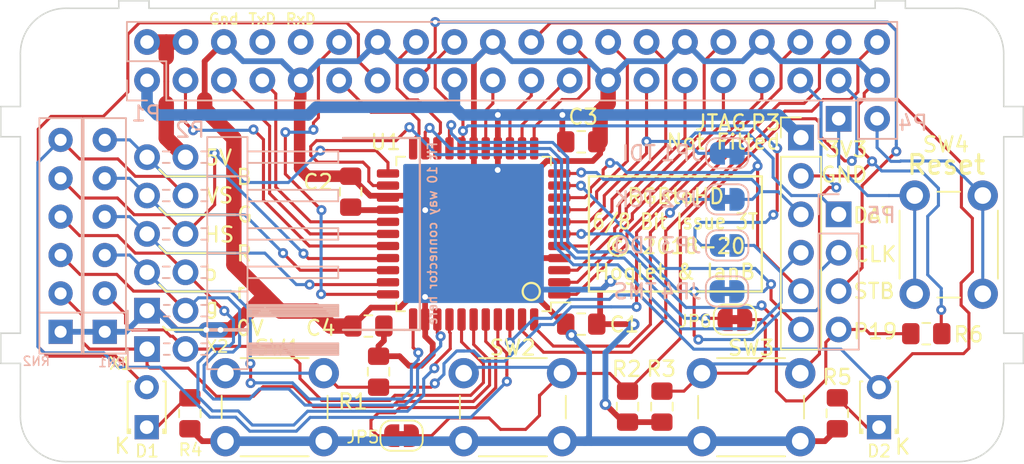
<source format=kicad_pcb>
(kicad_pcb (version 20171130) (host pcbnew "(5.1.4)-1")
  (layers (0 F.Cu signal) (31 B.Cu signal) (34 B.Paste user hide) (35 F.Paste user hide) (36 B.SilkS user) (37 F.SilkS user) (38 B.Mask user hide) (39 F.Mask user hide) (44 Edge.Cuts user))
  (net 0 "")
  (net 1 /3V3)
  (net 2 /GPIO2)
  (net 3 /GPIO3)
  (net 4 /GPIO4)
  (net 5 /GPIO17)
  (net 6 /GPIO18)
  (net 7 /GPIO27)
  (net 8 /GPIO22)
  (net 9 /GPIO23)
  (net 10 /GPIO24)
  (net 11 /GPIO10)
  (net 12 /GPIO9)
  (net 13 /GPIO11)
  (net 14 /GPIO8)
  (net 15 /GPIO7)
  (net 16 /GPIO5)
  (net 17 /GPIO6)
  (net 18 /GPIO12)
  (net 19 /GPIO13)
  (net 20 /GPIO19)
  (net 21 /GPIO16)
  (net 22 /GPIO26)
  (net 23 /GPIO20)
  (net 24 /GPIO21)
  (net 25 "Net-(P4-Pad1)")
  (net 26 "Net-(P4-Pad2)")
  (net 27 "Net-(D1-Pad1)")
  (net 28 "Net-(D2-Pad1)")
  (net 29 /GPIO25)
  (net 30 /GPIO0)
  (net 31 /GPIO1)
  (net 32 /VCC)
  (net 33 /GND)
  (net 34 /SYNC)
  (net 35 /BLUE)
  (net 36 /GREEN)
  (net 37 /RED)
  (net 38 /BRED)
  (net 39 /BGREEN)
  (net 40 /BBLUE)
  (net 41 /VSYNC)
  (net 42 /TCK)
  (net 43 /TDO)
  (net 44 /TDI)
  (net 45 /TMS)
  (net 46 /RxD)
  (net 47 /TxD)
  (net 48 /DETECT)
  (net 49 /X1)
  (net 50 /X2)
  (net 51 /X3)
  (net 52 /X4)
  (module Resistor_THT:R_Array_SIP6 (layer B.Cu) (at 21.578 45.90796 90)
    (fp_text reference RN1 (at -2.032 0.46228 180) (layer B.SilkS) (effects (font (size 0.6 0.6) (thickness 0.1)) (justify mirror)))
    (fp_text value 4K7)
    (pad 1 thru_hole rect (at 0 0 90) (size 1.6 1.6) (drill 0.8) (layers *.Cu *.Mask) (net 33 /GND))
    (pad 2 thru_hole oval (at 2.54 0 90) (size 1.6 1.6) (drill 0.8) (layers *.Cu *.Mask) (net 50 /X2))
    (pad 3 thru_hole oval (at 5.08 0 90) (size 1.6 1.6) (drill 0.8) (layers *.Cu *.Mask) (net 38 /BRED))
    (pad 4 thru_hole oval (at 7.62 0 90) (size 1.6 1.6) (drill 0.8) (layers *.Cu *.Mask) (net 37 /RED))
    (pad 5 thru_hole oval (at 10.16 0 90) (size 1.6 1.6) (drill 0.8) (layers *.Cu *.Mask) (net 36 /GREEN))
    (pad 6 thru_hole oval (at 12.7 0 90) (size 1.6 1.6) (drill 0.8) (layers *.Cu *.Mask) (net 35 /BLUE))
  )
  (module MountingHole:mountinghole_1mm (layer F.Cu) (at 77.33862 39.95166)
    (fp_text reference " " (at 0 5.08) (layer F.SilkS))
    (fp_text value mountinghole_1mm)
    (pad "" np_thru_hole circle (at 0.02838 0.1893) (size 0.8 0.8) (drill 0.8) (layers *.Cu *.Mask))
  )
  (module MountingHole:mountinghole_1mm (layer F.Cu) (at 24.35676 50.90668)
    (fp_text reference " " (at 1.91008 2.6289) (layer F.SilkS))
    (fp_text value mountinghole_1mm)
    (pad "" np_thru_hole circle (at -0.00776 -0.00972) (size 0.8 0.8) (drill 0.8) (layers *.Cu *.Mask))
  )
  (module MountingHole:mountinghole_1mm (layer F.Cu) (at 72.74376 50.90668)
    (fp_text reference " " (at -1.07442 2.8575) (layer F.SilkS))
    (fp_text value mountinghole_1mm)
    (pad "" np_thru_hole circle (at 0.01524 -0.00972) (size 0.8 0.8) (drill 0.8) (layers *.Cu *.Mask))
  )
  (module MountingHole:mountinghole_1mm (layer F.Cu) (at 64.29826 50.90414)
    (fp_text reference " " (at 0.30734 2.40284) (layer F.SilkS))
    (fp_text value mountinghole_1mm)
    (pad "" np_thru_hole circle (at 0.00374 -0.00718) (size 0.8 0.8) (drill 0.8) (layers *.Cu *.Mask))
  )
  (module MountingHole:mountinghole_1mm (layer F.Cu) (at 48.51978 50.90414)
    (fp_text reference " " (at 0.11684 2.47904) (layer F.SilkS))
    (fp_text value mountinghole_1mm)
    (pad "" np_thru_hole circle (at 0.03422 -0.00718) (size 0.8 0.8) (drill 0.8) (layers *.Cu *.Mask))
  )
  (module MountingHole:mountinghole_1mm (layer F.Cu) (at 32.78956 50.89398)
    (fp_text reference " " (at 0.29718 2.76352) (layer F.SilkS))
    (fp_text value mountinghole_1mm)
    (pad "" np_thru_hole circle (at 0.01644 0.00298) (size 0.8 0.8) (drill 0.8) (layers *.Cu *.Mask))
  )
  (module Resistor_SMD:R_0805_2012Metric_Pad1.15x1.40mm_HandSolder (layer F.Cu) (at 39.6755 48.54956 270)
    (fp_text reference R1 (at 1.9812 1.6891) (layer F.SilkS))
    (fp_text value 1K)
    (pad 2 smd roundrect (at 1.025 0 270) (size 1.15 1.4) (layers F.Cu F.Paste F.Mask) (roundrect_rratio 0.217391) (net 21 /GPIO16))
    (pad 1 smd roundrect (at -1.025 0 270) (size 1.15 1.4) (layers F.Cu F.Paste F.Mask) (roundrect_rratio 0.217391) (net 1 /3V3))
  )
  (module Connector_PinHeader_2.54mm:PinHeader_2x05_P2.54mm_Horizontal (layer B.Cu) (at 24.372 44.51096)
    (fp_text reference P2 (at 2.84 -11.97) (layer B.SilkS) (effects (justify mirror)))
    (fp_text value Conn_02x05_Odd_Even)
    (pad 1 thru_hole rect (at 0 0) (size 1.7 1.7) (drill 1) (layers *.Cu *.Mask) (net 33 /GND))
    (pad 2 thru_hole oval (at 2.54 0) (size 1.7 1.7) (drill 1) (layers *.Cu *.Mask) (net 39 /BGREEN))
    (pad 3 thru_hole oval (at 0 -2.54) (size 1.7 1.7) (drill 1) (layers *.Cu *.Mask) (net 38 /BRED))
    (pad 4 thru_hole oval (at 2.54 -2.54) (size 1.7 1.7) (drill 1) (layers *.Cu *.Mask) (net 40 /BBLUE))
    (pad 5 thru_hole oval (at 0 -5.08) (size 1.7 1.7) (drill 1) (layers *.Cu *.Mask) (net 37 /RED))
    (pad 6 thru_hole oval (at 2.54 -5.08) (size 1.7 1.7) (drill 1) (layers *.Cu *.Mask) (net 34 /SYNC))
    (pad 7 thru_hole oval (at 0 -7.62) (size 1.7 1.7) (drill 1) (layers *.Cu *.Mask) (net 36 /GREEN))
    (pad 8 thru_hole oval (at 2.54 -7.62) (size 1.7 1.7) (drill 1) (layers *.Cu *.Mask) (net 41 /VSYNC))
    (pad 9 thru_hole oval (at 0 -10.16) (size 1.7 1.7) (drill 1) (layers *.Cu *.Mask) (net 35 /BLUE))
    (pad 10 thru_hole oval (at 2.54 -10.16) (size 1.7 1.7) (drill 1) (layers *.Cu *.Mask) (net 32 /VCC))
  )
  (module Package_QFP:LQFP-44_10x10mm_P0.8mm (layer F.Cu) (at 45.962 39.43096 180)
    (fp_text reference U1 (at 5.8166 6.0706) (layer F.SilkS))
    (fp_text value XC9572XL-VQFP44)
    (pad 1 smd roundrect (at -5.6625 -4 180) (size 1.475 0.55) (layers F.Cu F.Paste F.Mask) (net 19 /GPIO13))
    (pad 2 smd roundrect (at -5.6625 -3.2 180) (size 1.475 0.55) (layers F.Cu F.Paste F.Mask) (net 17 /GPIO6))
    (pad 3 smd roundrect (at -5.6625 -2.4 180) (size 1.475 0.55) (layers F.Cu F.Paste F.Mask) (net 18 /GPIO12))
    (pad 4 smd roundrect (at -5.6625 -1.6 180) (size 1.475 0.55) (layers F.Cu F.Paste F.Mask) (net 33 /GND))
    (pad 5 smd roundrect (at -5.6625 -0.8 180) (size 1.475 0.55) (layers F.Cu F.Paste F.Mask) (net 16 /GPIO5))
    (pad 6 smd roundrect (at -5.6625 0 180) (size 1.475 0.55) (layers F.Cu F.Paste F.Mask) (net 31 /GPIO1))
    (pad 7 smd roundrect (at -5.6625 0.8 180) (size 1.475 0.55) (layers F.Cu F.Paste F.Mask) (net 30 /GPIO0))
    (pad 8 smd roundrect (at -5.6625 1.6 180) (size 1.475 0.55) (layers F.Cu F.Paste F.Mask) (net 15 /GPIO7))
    (pad 9 smd roundrect (at -5.6625 2.4 180) (size 1.475 0.55) (layers F.Cu F.Paste F.Mask) (net 44 /TDI))
    (pad 10 smd roundrect (at -5.6625 3.2 180) (size 1.475 0.55) (layers F.Cu F.Paste F.Mask) (net 45 /TMS))
    (pad 11 smd roundrect (at -5.6625 4 180) (size 1.475 0.55) (layers F.Cu F.Paste F.Mask) (net 42 /TCK))
    (pad 12 smd roundrect (at -4 5.6625 180) (size 0.55 1.475) (layers F.Cu F.Paste F.Mask) (net 14 /GPIO8))
    (pad 13 smd roundrect (at -3.2 5.6625 180) (size 0.55 1.475) (layers F.Cu F.Paste F.Mask) (net 13 /GPIO11))
    (pad 14 smd roundrect (at -2.4 5.6625 180) (size 0.55 1.475) (layers F.Cu F.Paste F.Mask) (net 12 /GPIO9))
    (pad 15 smd roundrect (at -1.6 5.6625 180) (size 0.55 1.475) (layers F.Cu F.Paste F.Mask) (net 1 /3V3))
    (pad 16 smd roundrect (at -0.8 5.6625 180) (size 0.55 1.475) (layers F.Cu F.Paste F.Mask) (net 11 /GPIO10))
    (pad 17 smd roundrect (at 0 5.6625 180) (size 0.55 1.475) (layers F.Cu F.Paste F.Mask) (net 33 /GND))
    (pad 18 smd roundrect (at 0.8 5.6625 180) (size 0.55 1.475) (layers F.Cu F.Paste F.Mask) (net 10 /GPIO24))
    (pad 19 smd roundrect (at 1.6 5.6625 180) (size 0.55 1.475) (layers F.Cu F.Paste F.Mask) (net 48 /DETECT))
    (pad 20 smd roundrect (at 2.4 5.6625 180) (size 0.55 1.475) (layers F.Cu F.Paste F.Mask) (net 9 /GPIO23))
    (pad 21 smd roundrect (at 3.2 5.6625 180) (size 0.55 1.475) (layers F.Cu F.Paste F.Mask) (net 52 /X4))
    (pad 22 smd roundrect (at 4 5.6625 180) (size 0.55 1.475) (layers F.Cu F.Paste F.Mask) (net 5 /GPIO17))
    (pad 23 smd roundrect (at 5.6625 4 180) (size 1.475 0.55) (layers F.Cu F.Paste F.Mask) (net 34 /SYNC))
    (pad 24 smd roundrect (at 5.6625 3.2 180) (size 1.475 0.55) (layers F.Cu F.Paste F.Mask) (net 43 /TDO))
    (pad 25 smd roundrect (at 5.6625 2.4 180) (size 1.475 0.55) (layers F.Cu F.Paste F.Mask) (net 33 /GND))
    (pad 26 smd roundrect (at 5.6625 1.6 180) (size 1.475 0.55) (layers F.Cu F.Paste F.Mask) (net 1 /3V3))
    (pad 27 smd roundrect (at 5.6625 0.8 180) (size 1.475 0.55) (layers F.Cu F.Paste F.Mask) (net 4 /GPIO4))
    (pad 28 smd roundrect (at 5.6625 0 180) (size 1.475 0.55) (layers F.Cu F.Paste F.Mask) (net 3 /GPIO3))
    (pad 29 smd roundrect (at 5.6625 -0.8 180) (size 1.475 0.55) (layers F.Cu F.Paste F.Mask) (net 2 /GPIO2))
    (pad 30 smd roundrect (at 5.6625 -1.6 180) (size 1.475 0.55) (layers F.Cu F.Paste F.Mask) (net 35 /BLUE))
    (pad 31 smd roundrect (at 5.6625 -2.4 180) (size 1.475 0.55) (layers F.Cu F.Paste F.Mask) (net 36 /GREEN))
    (pad 32 smd roundrect (at 5.6625 -3.2 180) (size 1.475 0.55) (layers F.Cu F.Paste F.Mask) (net 37 /RED))
    (pad 33 smd roundrect (at 5.6625 -4 180) (size 1.475 0.55) (layers F.Cu F.Paste F.Mask) (net 6 /GPIO18))
    (pad 34 smd roundrect (at 4 -5.6625 180) (size 0.55 1.475) (layers F.Cu F.Paste F.Mask) (net 38 /BRED))
    (pad 35 smd roundrect (at 3.2 -5.6625 180) (size 0.55 1.475) (layers F.Cu F.Paste F.Mask) (net 1 /3V3))
    (pad 36 smd roundrect (at 2.4 -5.6625 180) (size 0.55 1.475) (layers F.Cu F.Paste F.Mask) (net 39 /BGREEN))
    (pad 37 smd roundrect (at 1.6 -5.6625 180) (size 0.55 1.475) (layers F.Cu F.Paste F.Mask) (net 40 /BBLUE))
    (pad 38 smd roundrect (at 0.8 -5.6625 180) (size 0.55 1.475) (layers F.Cu F.Paste F.Mask) (net 50 /X2))
    (pad 39 smd roundrect (at 0 -5.6625 180) (size 0.55 1.475) (layers F.Cu F.Paste F.Mask) (net 49 /X1))
    (pad 40 smd roundrect (at -0.8 -5.6625 180) (size 0.55 1.475) (layers F.Cu F.Paste F.Mask) (net 51 /X3))
    (pad 41 smd roundrect (at -1.6 -5.6625 180) (size 0.55 1.475) (layers F.Cu F.Paste F.Mask) (net 41 /VSYNC))
    (pad 42 smd roundrect (at -2.4 -5.6625 180) (size 0.55 1.475) (layers F.Cu F.Paste F.Mask) (net 29 /GPIO25))
    (pad 43 smd roundrect (at -3.2 -5.6625 180) (size 0.55 1.475) (layers F.Cu F.Paste F.Mask) (net 24 /GPIO21))
    (pad 44 smd roundrect (at -4 -5.6625 180) (size 0.55 1.475) (layers F.Cu F.Paste F.Mask) (net 23 /GPIO20))
  )
  (module Resistor_SMD:R_0805_2012Metric_Pad1.15x1.40mm_HandSolder (layer F.Cu) (at 75.8832 46.03496)
    (fp_text reference R6 (at 2.794 0.0508) (layer F.SilkS))
    (fp_text value 10K)
    (pad 2 smd roundrect (at 1.025 0) (size 1.15 1.4) (layers F.Cu F.Paste F.Mask) (roundrect_rratio 0.217391) (net 33 /GND))
    (pad 1 smd roundrect (at -1.025 0) (size 1.15 1.4) (layers F.Cu F.Paste F.Mask) (roundrect_rratio 0.217391) (net 48 /DETECT))
  )
  (module Connector_PinSocket_2.54mm:PinSocket_1x04_P2.54mm_Vertical (layer B.Cu) (at 70.092 38.13556 180)
    (fp_text reference P5 (at -2.794 -0.0508) (layer B.SilkS) (effects (justify mirror)))
    (fp_text value Conn_01x04)
    (pad 1 thru_hole rect (at 0 0 180) (size 1.7 1.7) (drill 1) (layers *.Cu *.Mask) (net 30 /GPIO0))
    (pad 2 thru_hole oval (at 0 -2.54 180) (size 1.7 1.7) (drill 1) (layers *.Cu *.Mask) (net 31 /GPIO1))
    (pad 3 thru_hole oval (at 0 -5.08 180) (size 1.7 1.7) (drill 1) (layers *.Cu *.Mask) (net 8 /GPIO22))
    (pad 4 thru_hole oval (at 0 -7.62 180) (size 1.7 1.7) (drill 1) (layers *.Cu *.Mask) (net 48 /DETECT))
  )
  (module RPi_Hat:RPi_Hat_Mounting_Hole (layer F.Cu) (at 19.5 51)
    (fp_text reference "" hide)
    (fp_text value "" hide)
    (pad "" np_thru_hole circle (at 0 0) (size 2.75 2.75) (drill 2.75) (layers *.Cu *.Mask) (clearance 1.725))
  )
  (module RPi_Hat:RPi_Hat_Mounting_Hole (layer F.Cu) (at 77.5 28)
    (fp_text reference "" hide)
    (fp_text value "" hide)
    (pad "" np_thru_hole circle (at 0 0) (size 2.75 2.75) (drill 2.75) (layers *.Cu *.Mask) (clearance 1.725))
  )
  (module RPi_Hat:RPi_Hat_Mounting_Hole (layer F.Cu) (at 77.5 51)
    (fp_text reference "" hide)
    (fp_text value "" hide)
    (pad "" np_thru_hole circle (at 0 0) (size 2.75 2.75) (drill 2.75) (layers *.Cu *.Mask) (clearance 1.725))
  )
  (module RPi_Hat:RPi_Hat_Mounting_Hole (layer F.Cu) (at 19.5 28)
    (fp_text reference "" hide)
    (fp_text value "" hide)
    (pad "" np_thru_hole circle (at 0 0) (size 2.75 2.75) (drill 2.75) (layers *.Cu *.Mask) (clearance 1.725))
  )
  (module Jumper:SolderJumper-2_P1.3mm_Bridged_RoundedPad1.0x1.5mm (layer B.Cu) (at 62.726 37.14496)
    (fp_text reference JP2 (at -3.063 0) (layer B.SilkS) (effects (justify mirror)))
    (fp_text value SolderJumper_2_Bridged)
    (fp_poly (pts (xy 0.25 0.3) (xy -0.25 0.3) (xy -0.25 -0.3) (xy 0.25 -0.3)) (layer B.Cu) (width 0))
    (pad 2 smd custom (at 0.65 0) (size 1 0.5) (layers B.Cu B.Mask) (net 42 /TCK) (options (clearance outline) (anchor rect)) (primitives (gr_circle (center 0 -0.25) (end 0.5 -0.25) (width 0)) (gr_circle (center 0 0.25) (end 0.5 0.25) (width 0)) (gr_poly (pts (xy 0 0.75) (xy -0.5 0.75) (xy -0.5 -0.75) (xy 0 -0.75)) (width 0))))
    (pad 1 smd custom (at -0.65 0) (size 1 0.5) (layers B.Cu B.Mask) (net 23 /GPIO20) (options (clearance outline) (anchor rect)) (primitives (gr_circle (center 0 -0.25) (end 0.5 -0.25) (width 0)) (gr_circle (center 0 0.25) (end 0.5 0.25) (width 0)) (gr_poly (pts (xy 0 0.75) (xy 0.5 0.75) (xy 0.5 -0.75) (xy 0 -0.75)) (width 0))))
  )
  (module Jumper:SolderJumper-2_P1.3mm_Bridged_RoundedPad1.0x1.5mm (layer B.Cu) (at 62.726 34.09696)
    (fp_text reference JP1 (at -3.048 0) (layer B.SilkS) (effects (justify mirror)))
    (fp_text value SolderJumper_2_Bridged)
    (fp_poly (pts (xy 0.25 0.3) (xy -0.25 0.3) (xy -0.25 -0.3) (xy 0.25 -0.3)) (layer B.Cu) (width 0))
    (pad 1 smd custom (at -0.65 0) (size 1 0.5) (layers B.Cu B.Mask) (net 30 /GPIO0) (options (clearance outline) (anchor rect)) (primitives (gr_circle (center 0 -0.25) (end 0.5 -0.25) (width 0)) (gr_circle (center 0 0.25) (end 0.5 0.25) (width 0)) (gr_poly (pts (xy 0 0.75) (xy 0.5 0.75) (xy 0.5 -0.75) (xy 0 -0.75)) (width 0))))
    (pad 2 smd custom (at 0.65 0) (size 1 0.5) (layers B.Cu B.Mask) (net 44 /TDI) (options (clearance outline) (anchor rect)) (primitives (gr_circle (center 0 -0.25) (end 0.5 -0.25) (width 0)) (gr_circle (center 0 0.25) (end 0.5 0.25) (width 0)) (gr_poly (pts (xy 0 0.75) (xy -0.5 0.75) (xy -0.5 -0.75) (xy 0 -0.75)) (width 0))))
  )
  (module Jumper:SolderJumper-2_P1.3mm_Bridged_RoundedPad1.0x1.5mm (layer B.Cu) (at 62.711 43.24096)
    (fp_text reference JP4 (at -3.033 0) (layer B.SilkS) (effects (justify mirror)))
    (fp_text value SolderJumper_2_Bridged)
    (fp_poly (pts (xy 0.25 0.3) (xy -0.25 0.3) (xy -0.25 -0.3) (xy 0.25 -0.3)) (layer B.Cu) (width 0))
    (pad 2 smd custom (at 0.65 0) (size 1 0.5) (layers B.Cu B.Mask) (net 45 /TMS) (options (clearance outline) (anchor rect)) (primitives (gr_circle (center 0 -0.25) (end 0.5 -0.25) (width 0)) (gr_circle (center 0 0.25) (end 0.5 0.25) (width 0)) (gr_poly (pts (xy 0 0.75) (xy -0.5 0.75) (xy -0.5 -0.75) (xy 0 -0.75)) (width 0))))
    (pad 1 smd custom (at -0.65 0) (size 1 0.5) (layers B.Cu B.Mask) (net 31 /GPIO1) (options (clearance outline) (anchor rect)) (primitives (gr_circle (center 0 -0.25) (end 0.5 -0.25) (width 0)) (gr_circle (center 0 0.25) (end 0.5 0.25) (width 0)) (gr_poly (pts (xy 0 0.75) (xy 0.5 0.75) (xy 0.5 -0.75) (xy 0 -0.75)) (width 0))))
  )
  (module Jumper:SolderJumper-2_P1.3mm_Bridged_RoundedPad1.0x1.5mm (layer B.Cu) (at 62.726 40.19296)
    (fp_text reference JP3 (at -3.063 0) (layer B.SilkS) (effects (justify mirror)))
    (fp_text value SolderJumper_2_Bridged)
    (fp_poly (pts (xy 0.25 0.3) (xy -0.25 0.3) (xy -0.25 -0.3) (xy 0.25 -0.3)) (layer B.Cu) (width 0))
    (pad 1 smd custom (at -0.65 0) (size 1 0.5) (layers B.Cu B.Mask) (net 10 /GPIO24) (options (clearance outline) (anchor rect)) (primitives (gr_circle (center 0 -0.25) (end 0.5 -0.25) (width 0)) (gr_circle (center 0 0.25) (end 0.5 0.25) (width 0)) (gr_poly (pts (xy 0 0.75) (xy 0.5 0.75) (xy 0.5 -0.75) (xy 0 -0.75)) (width 0))))
    (pad 2 smd custom (at 0.65 0) (size 1 0.5) (layers B.Cu B.Mask) (net 43 /TDO) (options (clearance outline) (anchor rect)) (primitives (gr_circle (center 0 -0.25) (end 0.5 -0.25) (width 0)) (gr_circle (center 0 0.25) (end 0.5 0.25) (width 0)) (gr_poly (pts (xy 0 0.75) (xy -0.5 0.75) (xy -0.5 -0.75) (xy 0 -0.75)) (width 0))))
  )
  (module Connector_PinHeader_2.54mm:PinHeader_1x06_P2.54mm_Vertical (layer F.Cu) (at 67.6008 33.054001)
    (fp_text reference P3 (at -2.3348 -0.989041 180) (layer F.SilkS))
    (fp_text value Conn_01x06)
    (pad 1 thru_hole rect (at 0 0) (size 1.7 1.7) (drill 1) (layers *.Cu *.Mask) (net 1 /3V3))
    (pad 2 thru_hole oval (at 0 2.54) (size 1.7 1.7) (drill 1) (layers *.Cu *.Mask) (net 33 /GND))
    (pad 3 thru_hole oval (at 0 5.08) (size 1.7 1.7) (drill 1) (layers *.Cu *.Mask) (net 42 /TCK))
    (pad 4 thru_hole oval (at 0 7.62) (size 1.7 1.7) (drill 1) (layers *.Cu *.Mask) (net 43 /TDO))
    (pad 5 thru_hole oval (at 0 10.16) (size 1.7 1.7) (drill 1) (layers *.Cu *.Mask) (net 44 /TDI))
    (pad 6 thru_hole oval (at 0 12.7) (size 1.7 1.7) (drill 1) (layers *.Cu *.Mask) (net 45 /TMS))
  )
  (module Capacitor_SMD:C_0805_2012Metric_Pad1.15x1.40mm_HandSolder (layer F.Cu) (at 53.074 45.39996 180)
    (fp_text reference C1 (at -2.848 -0.031) (layer F.SilkS))
    (fp_text value 10uF)
    (pad 2 smd roundrect (at 1.025 0 180) (size 1.15 1.4) (layers F.Cu F.Paste F.Mask) (roundrect_rratio 0.217391) (net 33 /GND))
    (pad 1 smd roundrect (at -1.025 0 180) (size 1.15 1.4) (layers F.Cu F.Paste F.Mask) (roundrect_rratio 0.217391) (net 1 /3V3))
  )
  (module Capacitor_SMD:C_0805_2012Metric_Pad1.15x1.40mm_HandSolder (layer F.Cu) (at 37.834 36.63696 90)
    (fp_text reference C2 (at 0.635 -2.159) (layer F.SilkS))
    (fp_text value 100nF)
    (pad 1 smd roundrect (at -1.025 0 90) (size 1.15 1.4) (layers F.Cu F.Paste F.Mask) (roundrect_rratio 0.217391) (net 1 /3V3))
    (pad 2 smd roundrect (at 1.025 0 90) (size 1.15 1.4) (layers F.Cu F.Paste F.Mask) (roundrect_rratio 0.217391) (net 33 /GND))
  )
  (module Capacitor_SMD:C_0805_2012Metric_Pad1.15x1.40mm_HandSolder (layer F.Cu) (at 53.074 33.33496)
    (fp_text reference C3 (at 0.127 -1.65) (layer F.SilkS))
    (fp_text value 100nF)
    (pad 1 smd roundrect (at -1.025 0) (size 1.15 1.4) (layers F.Cu F.Paste F.Mask) (roundrect_rratio 0.217391) (net 1 /3V3))
    (pad 2 smd roundrect (at 1.025 0) (size 1.15 1.4) (layers F.Cu F.Paste F.Mask) (roundrect_rratio 0.217391) (net 33 /GND))
  )
  (module Capacitor_SMD:C_0805_2012Metric_Pad1.15x1.40mm_HandSolder (layer F.Cu) (at 39.0024 45.52696 180)
    (fp_text reference C4 (at 3.1496 -0.127) (layer F.SilkS))
    (fp_text value 100nF)
    (pad 1 smd roundrect (at -1.025 0 180) (size 1.15 1.4) (layers F.Cu F.Paste F.Mask) (roundrect_rratio 0.217391) (net 1 /3V3))
    (pad 2 smd roundrect (at 1.025 0 180) (size 1.15 1.4) (layers F.Cu F.Paste F.Mask) (roundrect_rratio 0.217391) (net 33 /GND))
  )
  (module Resistor_SMD:R_0805_2012Metric_Pad1.15x1.40mm_HandSolder (layer F.Cu) (at 56.1347 50.86096 90)
    (fp_text reference R2 (at 2.49 -0.0527) (layer F.SilkS))
    (fp_text value 1K)
    (pad 2 smd roundrect (at 1.025 0 90) (size 1.15 1.4) (layers F.Cu F.Paste F.Mask) (roundrect_rratio 0.217391) (net 22 /GPIO26))
    (pad 1 smd roundrect (at -1.025 0 90) (size 1.15 1.4) (layers F.Cu F.Paste F.Mask) (roundrect_rratio 0.217391) (net 1 /3V3))
  )
  (module Resistor_SMD:R_0805_2012Metric_Pad1.15x1.40mm_HandSolder (layer F.Cu) (at 58.408 50.86096 90)
    (fp_text reference R3 (at 2.5019 -0.046) (layer F.SilkS))
    (fp_text value 1K)
    (pad 2 smd roundrect (at 1.025 0 90) (size 1.15 1.4) (layers F.Cu F.Paste F.Mask) (roundrect_rratio 0.217391) (net 20 /GPIO19))
    (pad 1 smd roundrect (at -1.025 0 90) (size 1.15 1.4) (layers F.Cu F.Paste F.Mask) (roundrect_rratio 0.217391) (net 1 /3V3))
  )
  (module Resistor_SMD:R_0805_2012Metric_Pad1.15x1.40mm_HandSolder (layer F.Cu) (at 27.202 51.30096 270)
    (fp_text reference R4 (at 2.42 -0.04) (layer F.SilkS) (effects (font (size 0.8 0.8) (thickness 0.12))))
    (fp_text value 1K)
    (pad 2 smd roundrect (at 1.025 0 270) (size 1.15 1.4) (layers F.Cu F.Paste F.Mask) (roundrect_rratio 0.217391) (net 33 /GND))
    (pad 1 smd roundrect (at -1.025 0 270) (size 1.15 1.4) (layers F.Cu F.Paste F.Mask) (roundrect_rratio 0.217391) (net 27 "Net-(D1-Pad1)"))
  )
  (module Resistor_SMD:R_0805_2012Metric_Pad1.15x1.40mm_HandSolder (layer F.Cu) (at 70.002 51.30096 270)
    (fp_text reference R5 (at -2.39268 0.01016) (layer F.SilkS))
    (fp_text value 1K)
    (pad 1 smd roundrect (at -1.025 0 270) (size 1.15 1.4) (layers F.Cu F.Paste F.Mask) (roundrect_rratio 0.217391) (net 28 "Net-(D2-Pad1)"))
    (pad 2 smd roundrect (at 1.025 0 270) (size 1.15 1.4) (layers F.Cu F.Paste F.Mask) (roundrect_rratio 0.217391) (net 33 /GND))
  )
  (module Button_Switch_THT:SW_PUSH_6mm_H5mm (layer F.Cu) (at 36.056 53.14696 180)
    (fp_text reference SW1 (at 3.054 6.176) (layer F.SilkS))
    (fp_text value SW_PUSH)
    (pad 1 thru_hole circle (at 6.5 0 270) (size 2 2) (drill 1.1) (layers *.Cu *.Mask) (net 33 /GND))
    (pad 2 thru_hole circle (at 6.5 4.5 270) (size 2 2) (drill 1.1) (layers *.Cu *.Mask) (net 21 /GPIO16))
    (pad 1 thru_hole circle (at 0 0 270) (size 2 2) (drill 1.1) (layers *.Cu *.Mask) (net 33 /GND))
    (pad 2 thru_hole circle (at 0 4.5 270) (size 2 2) (drill 1.1) (layers *.Cu *.Mask) (net 21 /GPIO16))
  )
  (module Button_Switch_THT:SW_PUSH_6mm_H5mm (layer F.Cu) (at 51.804 53.14696 180)
    (fp_text reference SW2 (at 3.262 6.186) (layer F.SilkS))
    (fp_text value SW_PUSH)
    (pad 2 thru_hole circle (at 0 4.5 270) (size 2 2) (drill 1.1) (layers *.Cu *.Mask) (net 22 /GPIO26))
    (pad 1 thru_hole circle (at 0 0 270) (size 2 2) (drill 1.1) (layers *.Cu *.Mask) (net 33 /GND))
    (pad 2 thru_hole circle (at 6.5 4.5 270) (size 2 2) (drill 1.1) (layers *.Cu *.Mask) (net 22 /GPIO26))
    (pad 1 thru_hole circle (at 6.5 0 270) (size 2 2) (drill 1.1) (layers *.Cu *.Mask) (net 33 /GND))
  )
  (module Button_Switch_THT:SW_PUSH_6mm_H5mm (layer F.Cu) (at 67.552 53.14696 180)
    (fp_text reference SW3 (at 3.25 6.176) (layer F.SilkS))
    (fp_text value SW_PUSH)
    (pad 2 thru_hole circle (at 0 4.5 270) (size 2 2) (drill 1.1) (layers *.Cu *.Mask) (net 20 /GPIO19))
    (pad 1 thru_hole circle (at 0 0 270) (size 2 2) (drill 1.1) (layers *.Cu *.Mask) (net 33 /GND))
    (pad 2 thru_hole circle (at 6.5 4.5 270) (size 2 2) (drill 1.1) (layers *.Cu *.Mask) (net 20 /GPIO19))
    (pad 1 thru_hole circle (at 6.5 0 270) (size 2 2) (drill 1.1) (layers *.Cu *.Mask) (net 33 /GND))
  )
  (module Button_Switch_THT:SW_PUSH_6mm_H5mm (layer F.Cu) (at 79.617 36.89096 270)
    (fp_text reference SW4 (at -3.3782 2.4384) (layer F.SilkS))
    (fp_text value SW_PUSH)
    (pad 1 thru_hole circle (at 6.5 0) (size 2 2) (drill 1.1) (layers *.Cu *.Mask) (net 26 "Net-(P4-Pad2)"))
    (pad 2 thru_hole circle (at 6.5 4.5) (size 2 2) (drill 1.1) (layers *.Cu *.Mask) (net 25 "Net-(P4-Pad1)"))
    (pad 1 thru_hole circle (at 0 0) (size 2 2) (drill 1.1) (layers *.Cu *.Mask) (net 26 "Net-(P4-Pad2)"))
    (pad 2 thru_hole circle (at 0 4.5) (size 2 2) (drill 1.1) (layers *.Cu *.Mask) (net 25 "Net-(P4-Pad1)"))
  )
  (module Connector_PinHeader_2.54mm:PinHeader_2x01_P2.54mm_Horizontal (layer B.Cu) (at 24.372 47.05096)
    (fp_text reference J2 hide)
    (fp_text value Conn_02x01)
    (pad 1 thru_hole rect (at 0 0) (size 1.7 1.7) (drill 1) (layers *.Cu *.Mask) (net 49 /X1))
    (pad 2 thru_hole oval (at 2.54 0) (size 1.7 1.7) (drill 1) (layers *.Cu *.Mask) (net 50 /X2))
  )
  (module Resistor_THT:R_Array_SIP6 (layer B.Cu) (at 18.657 45.90796 90)
    (fp_text reference RN2 (at -1.9431 -1.605 180) (layer B.SilkS) (effects (font (size 0.6 0.6) (thickness 0.1)) (justify mirror)))
    (fp_text value 4K7)
    (pad 6 thru_hole oval (at 12.7 0 90) (size 1.6 1.6) (drill 0.8) (layers *.Cu *.Mask) (net 41 /VSYNC))
    (pad 5 thru_hole oval (at 10.16 0 90) (size 1.6 1.6) (drill 0.8) (layers *.Cu *.Mask) (net 34 /SYNC))
    (pad 4 thru_hole oval (at 7.62 0 90) (size 1.6 1.6) (drill 0.8) (layers *.Cu *.Mask) (net 40 /BBLUE))
    (pad 3 thru_hole oval (at 5.08 0 90) (size 1.6 1.6) (drill 0.8) (layers *.Cu *.Mask) (net 39 /BGREEN))
    (pad 2 thru_hole oval (at 2.54 0 90) (size 1.6 1.6) (drill 0.8) (layers *.Cu *.Mask) (net 49 /X1))
    (pad 1 thru_hole rect (at 0 0 90) (size 1.6 1.6) (drill 0.8) (layers *.Cu *.Mask) (net 33 /GND))
  )
  (module Jumper:SolderJumper-2_P1.3mm_Bridged_RoundedPad1.0x1.5mm (layer F.Cu) (at 41.19696 52.7812)
    (fp_text reference JP5 (at -2.55512 0.09652) (layer F.SilkS) (effects (font (size 0.8 0.8) (thickness 0.12))))
    (fp_text value SolderJumper_2_Bridged)
    (fp_poly (pts (xy 0.25 -0.3) (xy -0.25 -0.3) (xy -0.25 0.3) (xy 0.25 0.3)) (layer F.Cu) (width 0))
    (pad 2 smd custom (at 0.65 0) (size 1 0.5) (layers F.Cu F.Mask) (net 22 /GPIO26) (options (clearance outline) (anchor rect)) (primitives (gr_circle (center 0 0.25) (end 0.5 0.25) (width 0)) (gr_circle (center 0 -0.25) (end 0.5 -0.25) (width 0)) (gr_poly (pts (xy 0 -0.75) (xy -0.5 -0.75) (xy -0.5 0.75) (xy 0 0.75)) (width 0))))
    (pad 1 smd custom (at -0.65 0) (size 1 0.5) (layers F.Cu F.Mask) (net 51 /X3) (options (clearance outline) (anchor rect)) (primitives (gr_circle (center 0 0.25) (end 0.5 0.25) (width 0)) (gr_circle (center 0 -0.25) (end 0.5 -0.25) (width 0)) (gr_poly (pts (xy 0 -0.75) (xy 0.5 -0.75) (xy 0.5 0.75) (xy 0 0.75)) (width 0))))
  )
  (module Jumper:SolderJumper-2_P1.3mm_Bridged_RoundedPad1.0x1.5mm (layer F.Cu) (at 63.234 45.10278)
    (fp_text reference JP6 (at -2.63386 0.11176) (layer F.SilkS) (effects (font (size 0.8 0.8) (thickness 0.12))))
    (fp_text value SolderJumper_2_Bridged)
    (fp_poly (pts (xy 0.25 -0.3) (xy -0.25 -0.3) (xy -0.25 0.3) (xy 0.25 0.3)) (layer F.Cu) (width 0))
    (pad 2 smd custom (at 0.65 0) (size 1 0.5) (layers F.Cu F.Mask) (net 20 /GPIO19) (options (clearance outline) (anchor rect)) (primitives (gr_circle (center 0 0.25) (end 0.5 0.25) (width 0)) (gr_circle (center 0 -0.25) (end 0.5 -0.25) (width 0)) (gr_poly (pts (xy 0 -0.75) (xy -0.5 -0.75) (xy -0.5 0.75) (xy 0 0.75)) (width 0))))
    (pad 1 smd custom (at -0.65 0) (size 1 0.5) (layers F.Cu F.Mask) (net 52 /X4) (options (clearance outline) (anchor rect)) (primitives (gr_circle (center 0 0.25) (end 0.5 0.25) (width 0)) (gr_circle (center 0 -0.25) (end 0.5 -0.25) (width 0)) (gr_poly (pts (xy 0 -0.75) (xy 0.5 -0.75) (xy 0.5 0.75) (xy 0 0.75)) (width 0))))
  )
  (module Connector_PinSocket_2.54mm:PinSocket_2x20_P2.54mm_Vertical_Custom (layer B.Cu) (at 24.372 29.27096 270)
    (fp_text reference P1 (at 2.2 0.06 180) (layer B.SilkS) (effects (justify mirror)))
    (fp_text value CONN_02X20)
    (pad 1 thru_hole oval (at 0 0 270) (size 1.7 1.7) (drill 0.9) (layers *.Cu *.Mask) (net 1 /3V3))
    (pad 2 thru_hole oval (at -2.54 0 270) (size 1.7 1.7) (drill 0.9) (layers *.Cu *.Mask) (net 32 /VCC))
    (pad 3 thru_hole oval (at 0 -2.54 270) (size 1.7 1.7) (drill 0.9) (layers *.Cu *.Mask) (net 2 /GPIO2))
    (pad 4 thru_hole oval (at -2.54 -2.54 270) (size 1.7 1.7) (drill 0.9) (layers *.Cu *.Mask) (net 32 /VCC))
    (pad 5 thru_hole oval (at 0 -5.08 270) (size 1.7 1.7) (drill 0.9) (layers *.Cu *.Mask) (net 3 /GPIO3))
    (pad 6 thru_hole oval (at -2.54 -5.08 270) (size 1.7 1.7) (drill 0.9) (layers *.Cu *.Mask) (net 33 /GND))
    (pad 7 thru_hole oval (at 0 -7.62 270) (size 1.7 1.7) (drill 0.9) (layers *.Cu *.Mask) (net 4 /GPIO4))
    (pad 8 thru_hole oval (at -2.54 -7.62 270) (size 1.7 1.7) (drill 0.9) (layers *.Cu *.Mask) (net 47 /TxD))
    (pad 9 thru_hole oval (at 0 -10.16 270) (size 1.7 1.7) (drill 0.9) (layers *.Cu *.Mask) (net 33 /GND))
    (pad 10 thru_hole oval (at -2.54 -10.16 270) (size 1.7 1.7) (drill 0.9) (layers *.Cu *.Mask) (net 46 /RxD))
    (pad 11 thru_hole oval (at 0 -12.7 270) (size 1.7 1.7) (drill 0.9) (layers *.Cu *.Mask) (net 5 /GPIO17))
    (pad 12 thru_hole oval (at -2.54 -12.7 270) (size 1.7 1.7) (drill 0.9) (layers *.Cu *.Mask) (net 6 /GPIO18))
    (pad 13 thru_hole oval (at 0 -15.24 270) (size 1.7 1.7) (drill 0.9) (layers *.Cu *.Mask) (net 7 /GPIO27))
    (pad 14 thru_hole oval (at -2.54 -15.24 270) (size 1.7 1.7) (drill 0.9) (layers *.Cu *.Mask) (net 33 /GND))
    (pad 15 thru_hole oval (at 0 -17.78 270) (size 1.7 1.7) (drill 0.9) (layers *.Cu *.Mask) (net 8 /GPIO22))
    (pad 16 thru_hole oval (at -2.54 -17.78 270) (size 1.7 1.7) (drill 0.9) (layers *.Cu *.Mask) (net 9 /GPIO23))
    (pad 17 thru_hole oval (at 0 -20.32 270) (size 1.7 1.7) (drill 0.9) (layers *.Cu *.Mask) (net 1 /3V3))
    (pad 18 thru_hole oval (at -2.54 -20.32 270) (size 1.7 1.7) (drill 0.9) (layers *.Cu *.Mask) (net 10 /GPIO24))
    (pad 19 thru_hole oval (at 0 -22.86 270) (size 1.7 1.7) (drill 0.9) (layers *.Cu *.Mask) (net 11 /GPIO10))
    (pad 20 thru_hole oval (at -2.54 -22.86 270) (size 1.7 1.7) (drill 0.9) (layers *.Cu *.Mask) (net 33 /GND))
    (pad 21 thru_hole oval (at 0 -25.4 270) (size 1.7 1.7) (drill 0.9) (layers *.Cu *.Mask) (net 12 /GPIO9))
    (pad 22 thru_hole oval (at -2.54 -25.4 270) (size 1.7 1.7) (drill 0.9) (layers *.Cu *.Mask) (net 29 /GPIO25))
    (pad 23 thru_hole oval (at 0 -27.94 270) (size 1.7 1.7) (drill 0.9) (layers *.Cu *.Mask) (net 13 /GPIO11))
    (pad 24 thru_hole oval (at -2.54 -27.94 270) (size 1.7 1.7) (drill 0.9) (layers *.Cu *.Mask) (net 14 /GPIO8))
    (pad 25 thru_hole oval (at 0 -30.48 270) (size 1.7 1.7) (drill 0.9) (layers *.Cu *.Mask) (net 33 /GND))
    (pad 26 thru_hole oval (at -2.54 -30.48 270) (size 1.7 1.7) (drill 0.9) (layers *.Cu *.Mask) (net 15 /GPIO7))
    (pad 27 thru_hole oval (at 0 -33.02 270) (size 1.7 1.7) (drill 0.9) (layers *.Cu *.Mask) (net 30 /GPIO0))
    (pad 28 thru_hole oval (at -2.54 -33.02 270) (size 1.7 1.7) (drill 0.9) (layers *.Cu *.Mask) (net 31 /GPIO1))
    (pad 29 thru_hole oval (at 0 -35.56 270) (size 1.7 1.7) (drill 0.9) (layers *.Cu *.Mask) (net 16 /GPIO5))
    (pad 30 thru_hole oval (at -2.54 -35.56 270) (size 1.7 1.7) (drill 0.9) (layers *.Cu *.Mask) (net 33 /GND))
    (pad 31 thru_hole oval (at 0 -38.1 270) (size 1.7 1.7) (drill 0.9) (layers *.Cu *.Mask) (net 17 /GPIO6))
    (pad 32 thru_hole oval (at -2.54 -38.1 270) (size 1.7 1.7) (drill 0.9) (layers *.Cu *.Mask) (net 18 /GPIO12))
    (pad 33 thru_hole oval (at 0 -40.64 270) (size 1.7 1.7) (drill 0.9) (layers *.Cu *.Mask) (net 19 /GPIO13))
    (pad 34 thru_hole oval (at -2.54 -40.64 270) (size 1.7 1.7) (drill 0.9) (layers *.Cu *.Mask) (net 33 /GND))
    (pad 35 thru_hole oval (at 0 -43.18 270) (size 1.7 1.7) (drill 0.9) (layers *.Cu *.Mask) (net 20 /GPIO19))
    (pad 36 thru_hole oval (at -2.54 -43.18 270) (size 1.7 1.7) (drill 0.9) (layers *.Cu *.Mask) (net 21 /GPIO16))
    (pad 37 thru_hole oval (at 0 -45.72 270) (size 1.7 1.7) (drill 0.9) (layers *.Cu *.Mask) (net 22 /GPIO26))
    (pad 38 thru_hole oval (at -2.54 -45.72 270) (size 1.7 1.7) (drill 0.9) (layers *.Cu *.Mask) (net 23 /GPIO20))
    (pad 39 thru_hole oval (at 0 -48.26 270) (size 1.7 1.7) (drill 0.9) (layers *.Cu *.Mask) (net 33 /GND))
    (pad 40 thru_hole oval (at -2.54 -48.26 270) (size 1.7 1.7) (drill 0.9) (layers *.Cu *.Mask) (net 24 /GPIO21))
  )
  (module LED_THT:LED_D1.8mm_W3.3mm_H2.4mm_Custom (layer F.Cu) (at 24.349 52.17096 90)
    (fp_text reference D1 (at -1.63 0.023 180) (layer F.SilkS) (effects (font (size 0.8 0.8) (thickness 0.12))))
    (fp_text value LED)
    (pad 1 thru_hole rect (at -0.05 0 90) (size 1.6 1.6) (drill 0.9) (layers *.Cu *.Mask) (net 27 "Net-(D1-Pad1)"))
    (pad 2 thru_hole circle (at 2.6 0 90) (size 1.6 1.6) (drill 0.9) (layers *.Cu *.Mask) (net 7 /GPIO27))
  )
  (module LED_THT:LED_D1.8mm_W3.3mm_H2.4mm_Custom (layer F.Cu) (at 72.759 52.17096 90)
    (fp_text reference D2 (at -1.63 0.003) (layer F.SilkS) (effects (font (size 0.8 0.8) (thickness 0.12))))
    (fp_text value LED)
    (pad 1 thru_hole rect (at -0.05 0 90) (size 1.6 1.6) (drill 0.9) (layers *.Cu *.Mask) (net 28 "Net-(D2-Pad1)"))
    (pad 2 thru_hole circle (at 2.6 0 90) (size 1.6 1.6) (drill 0.9) (layers *.Cu *.Mask) (net 29 /GPIO25))
  )
  (module Connector_PinSocket_2.54mm:PinSocket_1x02_P2.54mm_Vertical_Custom (layer B.Cu) (at 70.092 31.81096 270)
    (fp_text reference P4 (at 0.28 -4.9) (layer B.SilkS) (effects (justify mirror)))
    (fp_text value CONN_01X02)
    (pad 1 thru_hole rect (at 0 0 270) (size 1.7 1.7) (drill 0.9) (layers *.Cu *.Mask) (net 25 "Net-(P4-Pad1)"))
    (pad 2 thru_hole oval (at 0 -2.54 270) (size 1.7 1.7) (drill 0.9) (layers *.Cu *.Mask) (net 26 "Net-(P4-Pad2)"))
  )
  (gr_text X1 (at 22.622 48.01096) (layer F.SilkS) (effects (font (size 0.8 0.8) (thickness 0.12))))
  (gr_text X2 (at 29.002 46.88096) (layer F.SilkS) (effects (font (size 0.8 0.8) (thickness 0.12))))
  (gr_line (start 74.502 24.00096) (end 74.502 24.50096) (layer Edge.Cuts) (width 0.1))
  (gr_line (start 72.502 24.00096) (end 72.502 24.50096) (layer Edge.Cuts) (width 0.1))
  (gr_line (start 74.502 24.00096) (end 72.502 24.00096) (layer Edge.Cuts) (width 0.1))
  (gr_line (start 24.502 24.50096) (end 24.502 24.00096) (layer Edge.Cuts) (width 0.1))
  (gr_line (start 22.502 24.00096) (end 22.502 24.50096) (layer Edge.Cuts) (width 0.1))
  (gr_line (start 24.502 24.00096) (end 22.502 24.00096) (layer Edge.Cuts) (width 0.1))
  (gr_line (start 82.302 48.00096) (end 81.002 48.00096) (layer Edge.Cuts) (width 0.1))
  (gr_line (start 82.302 46.00096) (end 81.002 46.00096) (layer Edge.Cuts) (width 0.1))
  (gr_line (start 82.302 48.00096) (end 82.302 46.00096) (layer Edge.Cuts) (width 0.1))
  (gr_line (start 81.002 33.00096) (end 82.302 33.00096) (layer Edge.Cuts) (width 0.1))
  (gr_line (start 82.302 31.00096) (end 81.002 31.00096) (layer Edge.Cuts) (width 0.1))
  (gr_line (start 82.302 33.00096) (end 82.302 31.00096) (layer Edge.Cuts) (width 0.1))
  (gr_line (start 16.002 48.00096) (end 14.702 48.00096) (layer Edge.Cuts) (width 0.1))
  (gr_line (start 14.702 46.00096) (end 16.002 46.00096) (layer Edge.Cuts) (width 0.1))
  (gr_line (start 14.702 48.00096) (end 14.702 46.00096) (layer Edge.Cuts) (width 0.1))
  (gr_line (start 14.702 33.00096) (end 16.002 33.00096) (layer Edge.Cuts) (width 0.1))
  (gr_line (start 14.702 31.00096) (end 14.702 33.00096) (layer Edge.Cuts) (width 0.1))
  (gr_line (start 14.702 31.00096) (end 16.002 31.00096) (layer Edge.Cuts) (width 0.1))
  (gr_line (start 74.502 24.50096) (end 78 24.5) (layer Edge.Cuts) (width 0.1))
  (gr_line (start 24.502 24.50096) (end 72.502 24.50096) (layer Edge.Cuts) (width 0.1))
  (gr_line (start 19 24.5) (end 22.502 24.50096) (layer Edge.Cuts) (width 0.1))
  (gr_line (start 16.002 46.00096) (end 16.002 33.00096) (layer Edge.Cuts) (width 0.1))
  (gr_line (start 81.002 46.00096) (end 81.002 33.00096) (layer Edge.Cuts) (width 0.1))
  (gr_line (start 81.002 31.00096) (end 81 27.5) (layer Edge.Cuts) (width 0.1))
  (gr_line (start 81 51.5) (end 81.002 48.00096) (layer Edge.Cuts) (width 0.1))
  (gr_line (start 16.002 31.00096) (end 16 27.5) (layer Edge.Cuts) (width 0.1))
  (gr_line (start 16 51.5) (end 16.002 48.00096) (layer Edge.Cuts) (width 0.1))
  (gr_line (start 41.39 45.78096) (end 37.326 45.78096) (layer B.SilkS) (width 0.15))
  (gr_line (start 41.39 33.08096) (end 37.326 33.08096) (layer B.SilkS) (width 0.15))
  (gr_text "Fit 10 way connector here" (at 43.23912 39.41318 90) (layer B.SilkS) (effects (font (size 0.6 0.6) (thickness 0.11)) (justify mirror)))
  (gr_line (start 42.406 45.78096) (end 41.39 45.78096) (layer B.SilkS) (width 0.15))
  (gr_line (start 42.406 45.78096) (end 42.406 33.08096) (layer B.SilkS) (width 0.15))
  (gr_line (start 41.39 33.08096) (end 42.406 33.08096) (layer B.SilkS) (width 0.15))
  (gr_line (start 25.642 35.62096) (end 25.1848 35.16376) (layer F.SilkS) (width 0.15))
  (gr_line (start 26.15 35.62096) (end 25.642 35.62096) (layer F.SilkS) (width 0.15))
  (gr_line (start 25.642 45.78096) (end 25.4388 45.57776) (layer F.SilkS) (width 0.15))
  (gr_line (start 26.15 45.78096) (end 25.642 45.78096) (layer F.SilkS) (width 0.15))
  (gr_line (start 25.642 43.24096) (end 25.1848 42.78376) (layer F.SilkS) (width 0.15))
  (gr_line (start 26.15 43.24096) (end 25.642 43.24096) (layer F.SilkS) (width 0.15))
  (gr_line (start 25.642 40.70096) (end 25.1848 40.24376) (layer F.SilkS) (width 0.15))
  (gr_line (start 26.1754 40.70096) (end 25.642 40.70096) (layer F.SilkS) (width 0.15))
  (gr_line (start 25.642 38.16096) (end 25.1848 37.70376) (layer F.SilkS) (width 0.15))
  (gr_line (start 26.15 38.16096) (end 25.642 38.16096) (layer F.SilkS) (width 0.15))
  (gr_text P19 (at 72.505 45.88256) (layer F.SilkS) (effects (font (size 1 1))))
  (gr_text STB (at 72.4288 43.21556) (layer F.SilkS) (effects (font (size 1 1))))
  (gr_text DAT (at 72.3526 38.21176) (layer F.SilkS) (effects (font (size 1 1))))
  (gr_text CLK (at 72.505 40.77716) (layer F.SilkS) (effects (font (size 1 1))))
  (gr_text JTAG (at 62.2942 32.06496) (layer F.SilkS) (effects (font (size 1 1))))
  (gr_text TDO (at 56.63 40.19296) (layer B.SilkS) (effects (font (size 1 1)) (justify mirror)))
  (gr_text TDI (at 56.884 34.09696) (layer B.SilkS) (effects (font (size 1 1)) (justify mirror)))
  (gr_text TCK (at 56.63 37.14496) (layer B.SilkS) (effects (font (size 1 1)) (justify mirror)))
  (gr_text TMS (at 56.63 43.24096) (layer B.SilkS) (effects (font (size 1 1)) (justify mirror)))
  (gr_line (start 30.214 45.78096) (end 26.15 45.78096) (layer F.SilkS) (width 0.15))
  (gr_text 0V (at 31.182 45.67096) (layer F.SilkS) (effects (font (size 1 1))))
  (gr_line (start 30.214 35.62096) (end 26.15 35.62096) (layer F.SilkS) (width 0.15))
  (gr_line (start 30.214 38.16096) (end 26.15 38.16096) (layer F.SilkS) (width 0.15))
  (gr_line (start 30.214 40.70096) (end 26.15 40.70096) (layer F.SilkS) (width 0.15))
  (gr_line (start 30.214 43.24096) (end 26.15 43.24096) (layer F.SilkS) (width 0.15))
  (gr_text r (at 30.552 43.21096) (layer F.SilkS) (effects (font (size 1 1))))
  (gr_text R (at 30.792 40.73096) (layer F.SilkS) (effects (font (size 1 1))))
  (gr_text G (at 30.832 38.16096) (layer F.SilkS) (effects (font (size 1 1))))
  (gr_text B (at 30.792 35.67096) (layer F.SilkS) (effects (font (size 1 1))))
  (gr_text g (at 28.652 44.20096) (layer F.SilkS) (effects (font (size 1 1))))
  (gr_text b (at 28.572 42.01096) (layer F.SilkS) (effects (font (size 1 1))))
  (gr_text HS (at 29.132 39.48096) (layer F.SilkS) (effects (font (size 1 1))))
  (gr_text VS (at 29.162 36.89096) (layer F.SilkS) (effects (font (size 1 1))))
  (gr_text 5V (at 29.082 34.39096) (layer F.SilkS) (effects (font (size 1 1))))
  (gr_text RxD (at 34.532 25.20696) (layer F.SilkS) (effects (font (size 0.7 0.7) (thickness 0.13))))
  (gr_text TxD (at 31.992 25.20696) (layer F.SilkS) (effects (font (size 0.7 0.7) (thickness 0.13))))
  (gr_text Gnd (at 29.452 25.20696) (layer F.SilkS) (effects (font (size 0.7 0.7) (thickness 0.13))))
  (gr_text K (at 74.322 53.52096) (layer F.SilkS) (effects (font (size 1 1))))
  (gr_text K (at 22.722 53.46096) (layer F.SilkS) (effects (font (size 1 1))))
  (gr_text "Not Fitted" (at 62.472 33.33496) (layer F.SilkS) (effects (font (size 1 1))))
  (gr_line (start 69.33 33.84296) (end 69.076 33.58896) (layer F.SilkS) (width 0.15))
  (gr_line (start 68.822 33.33496) (end 69.33 33.84296) (layer F.SilkS) (width 0.15))
  (gr_text 3V3 (at 70.6 33.84296) (layer F.SilkS) (effects (font (size 1 1))))
  (gr_text GND (at 70.4476 35.51936) (layer F.SilkS) (effects (font (size 1 1))))
  (gr_text "Hoglet & IanB" (at 59.2462 41.94556) (layer F.SilkS) (effects (font (size 1 0.98))))
  (gr_text "© 2018-20" (at 59.297 40.24376) (layer F.SilkS) (effects (font (size 1 0.98))))
  (gr_text "6/8 Bit Issue 3T" (at 59.28442 38.61562) (layer F.SilkS) (effects (font (size 1 0.85))))
  (gr_text RGBtoHD (at 59.3224 36.94176) (layer F.SilkS) (effects (font (size 1 0.98))))
  (gr_circle (center 49.772 43.24096) (end 50.28 43.49496) (layer F.SilkS) (width 0.15))
  (gr_line (start 53.582 43.24096) (end 53.582 35.62096) (layer F.SilkS) (width 0.15))
  (gr_line (start 65.012 43.24096) (end 53.582 43.24096) (layer F.SilkS) (width 0.15))
  (gr_line (start 65.012 35.62096) (end 65.012 43.24096) (layer F.SilkS) (width 0.15))
  (gr_line (start 53.582 35.62096) (end 65.012 35.62096) (layer F.SilkS) (width 0.15))
  (gr_text Reset (at 77.204 34.85896) (layer F.SilkS) (effects (font (size 1.25 1.25) (thickness 0.2))))
  (gr_arc (start 78 27.5) (end 78 24.5) (angle 90) (layer Edge.Cuts) (width 0.1))
  (gr_arc (start 19 27.5) (end 16 27.5) (angle 90) (layer Edge.Cuts) (width 0.1))
  (gr_arc (start 78 51.5) (end 81 51.5) (angle 90) (layer Edge.Cuts) (width 0.1))
  (gr_arc (start 19 51.5) (end 19 54.5) (angle 90) (layer Edge.Cuts) (width 0.1))
  (gr_line (start 19 54.5) (end 78 54.5) (angle 90) (layer Edge.Cuts) (width 0.1))
  (segment (start 67.6008 32.85036) (end 67.6008 33.054001) (width 0.381) (layer B.Cu) (net 1))
  (segment (start 51.824 33.33496) (end 51.824 31.56236) (width 0.381) (layer F.Cu) (net 1))
  (segment (start 51.824 31.56236) (end 51.8294 31.55696) (width 0.381) (layer F.Cu) (net 1))
  (via (at 51.8294 31.55696) (size 0.762) (drill 0.381) (layers F.Cu B.Cu) (net 1))
  (segment (start 47.562 33.58096) (end 47.562 31.55716) (width 0.381) (layer F.Cu) (net 1))
  (segment (start 47.562 31.55716) (end 47.5622 31.55696) (width 0.381) (layer F.Cu) (net 1))
  (via (at 47.5622 31.55696) (size 0.762) (drill 0.381) (layers F.Cu B.Cu) (net 1))
  (segment (start 58.408 52.21096) (end 58.582 52.21096) (width 0.381) (layer F.Cu) (net 1))
  (segment (start 51.824 33.52896) (end 51.824 33.33496) (width 0.381) (layer F.Cu) (net 1))
  (segment (start 47.562 33.58096) (end 47.562 35.19096) (width 0.381) (layer F.Cu) (net 1))
  (via (at 47.552 35.20096) (size 0.762) (drill 0.381) (layers F.Cu B.Cu) (net 1))
  (segment (start 47.562 35.19096) (end 47.552 35.20096) (width 0.381) (layer F.Cu) (net 1))
  (via (at 42.752 43.60096) (size 0.762) (drill 0.381) (layers F.Cu B.Cu) (net 1))
  (segment (start 58.408 52.21096) (end 58.408 52.13096) (width 0.381) (layer F.Cu) (net 1))
  (segment (start 44.692 29.27096) (end 44.692 31.04896) (width 0.762) (layer B.Cu) (net 1))
  (segment (start 45.2 31.55696) (end 47.5622 31.55696) (width 0.762) (layer B.Cu) (net 1))
  (segment (start 47.5622 31.55696) (end 51.8294 31.55696) (width 0.762) (layer B.Cu) (net 1))
  (segment (start 44.692 31.04896) (end 45.2 31.55696) (width 0.762) (layer B.Cu) (net 1))
  (segment (start 43.802 38.95096) (end 42.752 38.95096) (width 0.381) (layer B.Cu) (net 1))
  (segment (start 47.552 35.20096) (end 43.802 38.95096) (width 0.381) (layer B.Cu) (net 1))
  (segment (start 42.752 38.95096) (end 42.752 43.60096) (width 0.381) (layer B.Cu) (net 1))
  (segment (start 37.834 37.88696) (end 37.8648 37.85616) (width 0.381) (layer F.Cu) (net 1))
  (via (at 42.7616 37.85616) (size 0.762) (drill 0.381) (layers F.Cu B.Cu) (net 1))
  (segment (start 42.752 38.95096) (end 42.752 37.86576) (width 0.381) (layer B.Cu) (net 1))
  (segment (start 42.752 37.86576) (end 42.7616 37.85616) (width 0.381) (layer B.Cu) (net 1))
  (segment (start 42.222785 37.85616) (end 41.7456 37.85616) (width 0.381) (layer F.Cu) (net 1))
  (segment (start 42.7616 37.85616) (end 42.222785 37.85616) (width 0.381) (layer F.Cu) (net 1))
  (segment (start 37.8648 37.85616) (end 41.7456 37.85616) (width 0.381) (layer F.Cu) (net 1))
  (segment (start 41.7456 37.85616) (end 42.166596 37.85616) (width 0.381) (layer F.Cu) (net 1))
  (segment (start 66.103759 31.55696) (end 67.6008 33.054001) (width 0.762) (layer B.Cu) (net 1))
  (segment (start 51.8294 31.55696) (end 66.103759 31.55696) (width 0.762) (layer B.Cu) (net 1))
  (segment (start 42.752 45.08346) (end 42.762 45.09346) (width 0.381) (layer F.Cu) (net 1))
  (segment (start 42.752 43.60096) (end 42.752 45.08346) (width 0.381) (layer F.Cu) (net 1))
  (segment (start 42.762 45.09346) (end 42.762 46.208584) (width 0.381) (layer F.Cu) (net 1))
  (segment (start 42.762 46.208584) (end 43.256902 46.703486) (width 0.381) (layer F.Cu) (net 1))
  (segment (start 43.256902 47.392273) (end 42.497015 48.15216) (width 0.381) (layer F.Cu) (net 1))
  (segment (start 43.256902 46.703486) (end 43.256902 47.392273) (width 0.381) (layer F.Cu) (net 1))
  (segment (start 44.692 31.04896) (end 44.691978 31.048938) (width 0.762) (layer B.Cu) (net 1))
  (segment (start 44.691978 31.048938) (end 35.540908 31.048938) (width 0.762) (layer B.Cu) (net 1))
  (segment (start 35.540908 31.048938) (end 35.032886 31.55696) (width 0.762) (layer B.Cu) (net 1))
  (segment (start 25.046 31.55696) (end 24.372 30.88296) (width 0.762) (layer B.Cu) (net 1))
  (segment (start 35.032886 31.55696) (end 25.046 31.55696) (width 0.762) (layer B.Cu) (net 1))
  (segment (start 24.372 30.88296) (end 24.372 29.27096) (width 0.762) (layer B.Cu) (net 1))
  (segment (start 58.083 51.88596) (end 58.408 52.21096) (width 0.381) (layer F.Cu) (net 1))
  (segment (start 42.497015 48.15216) (end 41.6911 48.15216) (width 0.381) (layer F.Cu) (net 1))
  (segment (start 41.0635 47.52456) (end 39.6755 47.52456) (width 0.381) (layer F.Cu) (net 1))
  (segment (start 40.0274 46.49766) (end 40.0274 45.52696) (width 0.381) (layer F.Cu) (net 1))
  (segment (start 39.6755 47.52456) (end 39.6755 46.84956) (width 0.381) (layer F.Cu) (net 1))
  (segment (start 39.6755 46.84956) (end 40.0274 46.49766) (width 0.381) (layer F.Cu) (net 1))
  (via (at 56.549784 45.408644) (size 0.762) (drill 0.381) (layers F.Cu B.Cu) (net 1))
  (segment (start 54.099 45.39996) (end 56.5411 45.39996) (width 0.381) (layer F.Cu) (net 1))
  (segment (start 56.5411 45.39996) (end 56.549784 45.408644) (width 0.381) (layer F.Cu) (net 1))
  (segment (start 54.324 45.39996) (end 54.324 43.235562) (width 0.381) (layer F.Cu) (net 1))
  (segment (start 54.324 43.235562) (end 54.636101 42.923461) (width 0.381) (layer F.Cu) (net 1))
  (segment (start 54.636101 42.923461) (end 55.0171 42.542462) (width 0.381) (layer F.Cu) (net 1))
  (segment (start 54.445602 43.11396) (end 54.636101 42.923461) (width 0.381) (layer B.Cu) (net 1))
  (segment (start 50.28 43.11396) (end 54.445602 43.11396) (width 0.381) (layer B.Cu) (net 1))
  (segment (start 54.636101 42.923461) (end 55.0171 42.542462) (width 0.381) (layer B.Cu) (net 1))
  (via (at 55.0171 42.542462) (size 0.762) (drill 0.381) (layers F.Cu B.Cu) (net 1))
  (via (at 54.6742 50.69586) (size 0.762) (drill 0.381) (layers F.Cu B.Cu) (net 1))
  (segment (start 58.408 51.88596) (end 55.8643 51.88596) (width 0.381) (layer F.Cu) (net 1))
  (segment (start 55.055199 51.076859) (end 54.6742 50.69586) (width 0.381) (layer F.Cu) (net 1))
  (segment (start 54.6742 50.157045) (end 54.6742 50.69586) (width 0.381) (layer B.Cu) (net 1))
  (segment (start 55.8643 51.88596) (end 55.055199 51.076859) (width 0.381) (layer F.Cu) (net 1))
  (segment (start 54.6742 47.284228) (end 54.6742 50.157045) (width 0.381) (layer B.Cu) (net 1))
  (segment (start 56.549784 45.408644) (end 54.6742 47.284228) (width 0.381) (layer B.Cu) (net 1))
  (segment (start 41.6911 48.15216) (end 41.0635 47.52456) (width 0.381) (layer F.Cu) (net 1))
  (segment (start 26.912 32.06496) (end 26.912 29.27096) (width 0.2032) (layer F.Cu) (net 2))
  (segment (start 27.42 32.57296) (end 26.912 32.06496) (width 0.2032) (layer F.Cu) (net 2))
  (via (at 27.42 32.57296) (size 0.6604) (drill 0.3048) (layers F.Cu B.Cu) (net 2))
  (via (at 31.407806 32.52216) (size 0.6604) (drill 0.3048) (layers F.Cu B.Cu) (net 2))
  (segment (start 27.42 32.57296) (end 31.357006 32.57296) (width 0.2032) (layer B.Cu) (net 2))
  (segment (start 31.357006 32.57296) (end 31.407806 32.52216) (width 0.2032) (layer B.Cu) (net 2))
  (segment (start 31.738005 32.852359) (end 31.407806 32.52216) (width 0.2032) (layer F.Cu) (net 2))
  (segment (start 32.068178 33.182532) (end 31.738005 32.852359) (width 0.2032) (layer F.Cu) (net 2))
  (segment (start 32.068178 37.195738) (end 32.068178 33.182532) (width 0.2032) (layer F.Cu) (net 2))
  (segment (start 35.1034 40.23096) (end 32.068178 37.195738) (width 0.2032) (layer F.Cu) (net 2))
  (segment (start 40.112 40.23096) (end 35.1034 40.23096) (width 0.2032) (layer F.Cu) (net 2))
  (segment (start 40.112 39.43096) (end 35.151049 39.43096) (width 0.2032) (layer F.Cu) (net 3))
  (segment (start 35.151049 39.43096) (end 32.474589 36.7545) (width 0.2032) (layer F.Cu) (net 3))
  (segment (start 32.474589 36.7545) (end 32.474589 32.293549) (width 0.2032) (layer F.Cu) (net 3))
  (segment (start 30.301999 30.120959) (end 29.452 29.27096) (width 0.2032) (layer F.Cu) (net 3))
  (segment (start 32.474589 32.293549) (end 30.301999 30.120959) (width 0.2032) (layer F.Cu) (net 3))
  (segment (start 31.992 29.27096) (end 31.992 29.77896) (width 0.2032) (layer F.Cu) (net 4))
  (segment (start 32.841999 30.120959) (end 31.992 29.27096) (width 0.2032) (layer F.Cu) (net 4))
  (segment (start 32.881 30.15996) (end 32.841999 30.120959) (width 0.2032) (layer F.Cu) (net 4))
  (segment (start 32.881 36.33216) (end 32.881 30.15996) (width 0.2032) (layer F.Cu) (net 4))
  (segment (start 40.112 38.63096) (end 35.1798 38.63096) (width 0.2032) (layer F.Cu) (net 4))
  (segment (start 35.1798 38.63096) (end 32.881 36.33216) (width 0.2032) (layer F.Cu) (net 4))
  (segment (start 41.962 33.205438) (end 41.962 33.76846) (width 0.2032) (layer F.Cu) (net 5))
  (segment (start 42.350729 32.816709) (end 41.962 33.205438) (width 0.2032) (layer F.Cu) (net 5))
  (segment (start 42.350729 31.908087) (end 42.350729 32.816709) (width 0.2032) (layer F.Cu) (net 5))
  (segment (start 41.821822 31.37918) (end 42.350729 31.908087) (width 0.2032) (layer F.Cu) (net 5))
  (segment (start 39.18022 31.37918) (end 41.821822 31.37918) (width 0.2032) (layer F.Cu) (net 5))
  (segment (start 37.072 29.27096) (end 39.18022 31.37918) (width 0.2032) (layer F.Cu) (net 5))
  (via (at 33.516 32.69996) (size 0.6604) (drill 0.3048) (layers F.Cu B.Cu) (net 6))
  (via (at 35.8782 43.41876) (size 0.6604) (drill 0.3048) (layers F.Cu B.Cu) (net 6))
  (segment (start 35.8904 43.43096) (end 35.8782 43.41876) (width 0.2032) (layer F.Cu) (net 6))
  (segment (start 40.2995 43.43096) (end 35.8904 43.43096) (width 0.2032) (layer F.Cu) (net 6))
  (via (at 35.9036 37.856162) (size 0.6604) (drill 0.3048) (layers F.Cu B.Cu) (net 6))
  (segment (start 35.8782 43.41876) (end 35.8782 37.881562) (width 0.2032) (layer B.Cu) (net 6))
  (segment (start 35.8782 37.881562) (end 35.9036 37.856162) (width 0.2032) (layer B.Cu) (net 6))
  (segment (start 33.516 32.69996) (end 33.516 35.468562) (width 0.2032) (layer F.Cu) (net 6))
  (segment (start 33.516 35.468562) (end 35.573401 37.525963) (width 0.2032) (layer F.Cu) (net 6))
  (segment (start 35.573401 37.525963) (end 35.9036 37.856162) (width 0.2032) (layer F.Cu) (net 6))
  (segment (start 35.372819 32.068927) (end 35.372819 32.5359) (width 0.2032) (layer F.Cu) (net 6))
  (segment (start 35.208759 32.69996) (end 35.372819 32.5359) (width 0.2032) (layer B.Cu) (net 6))
  (segment (start 33.516 32.69996) (end 35.208759 32.69996) (width 0.2032) (layer B.Cu) (net 6))
  (via (at 35.372819 32.5359) (size 0.6604) (drill 0.3048) (layers F.Cu B.Cu) (net 6))
  (segment (start 37.072 26.73096) (end 35.7004 28.10256) (width 0.2032) (layer F.Cu) (net 6))
  (segment (start 35.7004 28.10256) (end 35.7004 31.741346) (width 0.2032) (layer F.Cu) (net 6))
  (segment (start 35.7004 31.741346) (end 35.372819 32.068927) (width 0.2032) (layer F.Cu) (net 6))
  (segment (start 17.18126 46.90364) (end 17.79848 47.52086) (width 0.2032) (layer F.Cu) (net 7))
  (segment (start 17.18126 32.50184) (end 17.18126 46.90364) (width 0.2032) (layer F.Cu) (net 7))
  (segment (start 18.02962 31.65348) (end 17.18126 32.50184) (width 0.2032) (layer F.Cu) (net 7))
  (segment (start 21.48148 31.65348) (end 18.02962 31.65348) (width 0.2032) (layer F.Cu) (net 7))
  (segment (start 38.342 28.00096) (end 38.342 26.22296) (width 0.2032) (layer F.Cu) (net 7))
  (segment (start 39.612 29.27096) (end 38.342 28.00096) (width 0.2032) (layer F.Cu) (net 7))
  (segment (start 38.342 26.22296) (end 37.58 25.46096) (width 0.2032) (layer F.Cu) (net 7))
  (segment (start 37.58 25.46096) (end 23.864 25.46096) (width 0.2032) (layer F.Cu) (net 7))
  (segment (start 23.864 25.46096) (end 23.102 26.22296) (width 0.2032) (layer F.Cu) (net 7))
  (segment (start 23.102 30.03296) (end 21.48148 31.65348) (width 0.2032) (layer F.Cu) (net 7))
  (segment (start 23.102 26.22296) (end 23.102 30.03296) (width 0.2032) (layer F.Cu) (net 7))
  (segment (start 22.2989 47.52086) (end 24.349 49.57096) (width 0.2032) (layer F.Cu) (net 7))
  (segment (start 17.79848 47.52086) (end 22.2989 47.52086) (width 0.2032) (layer F.Cu) (net 7))
  (segment (start 42.152 29.27096) (end 42.152 28.76296) (width 0.2032) (layer F.Cu) (net 8))
  (via (at 43.422 25.41016) (size 0.6604) (drill 0.3048) (layers F.Cu B.Cu) (net 8))
  (segment (start 70.092 43.21556) (end 71.6414 41.66616) (width 0.2032) (layer F.Cu) (net 8))
  (segment (start 71.6414 36.230561) (end 73.571801 34.30016) (width 0.2032) (layer F.Cu) (net 8))
  (via (at 73.902 33.969961) (size 0.6604) (drill 0.3048) (layers F.Cu B.Cu) (net 8))
  (segment (start 43.422 25.41016) (end 73.3178 25.41016) (width 0.2032) (layer B.Cu) (net 8))
  (segment (start 73.3178 25.41016) (end 73.902 25.99436) (width 0.2032) (layer B.Cu) (net 8))
  (segment (start 71.6414 41.66616) (end 71.6414 36.230561) (width 0.2032) (layer F.Cu) (net 8))
  (segment (start 73.902 25.99436) (end 73.902 33.502988) (width 0.2032) (layer B.Cu) (net 8))
  (segment (start 73.902 33.502988) (end 73.902 33.969961) (width 0.2032) (layer B.Cu) (net 8))
  (segment (start 73.571801 34.30016) (end 73.902 33.969961) (width 0.2032) (layer F.Cu) (net 8))
  (segment (start 43.422 27.39136) (end 43.422 25.41016) (width 0.2032) (layer F.Cu) (net 8))
  (segment (start 43.001999 27.811361) (end 43.422 27.39136) (width 0.2032) (layer F.Cu) (net 8))
  (segment (start 42.152 29.27096) (end 43.001999 28.420961) (width 0.2032) (layer F.Cu) (net 8))
  (segment (start 43.001999 28.420961) (end 43.001999 27.811361) (width 0.2032) (layer F.Cu) (net 8))
  (segment (start 40.9074 27.97556) (end 42.152 26.73096) (width 0.2032) (layer F.Cu) (net 9))
  (segment (start 40.9074 29.80436) (end 40.9074 27.97556) (width 0.2032) (layer F.Cu) (net 9))
  (segment (start 43.562 32.93096) (end 43.76506 32.7279) (width 0.2032) (layer F.Cu) (net 9))
  (segment (start 43.562 33.76846) (end 43.562 32.93096) (width 0.2032) (layer F.Cu) (net 9))
  (segment (start 43.76506 32.7279) (end 43.76506 32.0575) (width 0.2032) (layer F.Cu) (net 9))
  (segment (start 43.76506 32.0575) (end 42.27392 30.56636) (width 0.2032) (layer F.Cu) (net 9))
  (segment (start 42.27392 30.56636) (end 41.6694 30.56636) (width 0.2032) (layer F.Cu) (net 9))
  (segment (start 41.6694 30.56636) (end 40.9074 29.80436) (width 0.2032) (layer F.Cu) (net 9))
  (via (at 66.028 33.76676) (size 0.6604) (drill 0.3048) (layers F.Cu B.Cu) (net 10))
  (via (at 65.774 38.16096) (size 0.6604) (drill 0.3048) (layers F.Cu B.Cu) (net 10))
  (segment (start 66.028 33.76676) (end 66.028 37.90696) (width 0.2032) (layer F.Cu) (net 10))
  (segment (start 66.028 37.90696) (end 65.774 38.16096) (width 0.2032) (layer F.Cu) (net 10))
  (segment (start 65.443801 38.491159) (end 65.774 38.16096) (width 0.2032) (layer B.Cu) (net 10))
  (segment (start 61.0242 40.19296) (end 60.5924 39.76116) (width 0.2032) (layer B.Cu) (net 10))
  (segment (start 62.076 40.19296) (end 61.0242 40.19296) (width 0.2032) (layer B.Cu) (net 10))
  (segment (start 60.5924 39.76116) (end 60.5924 39.04996) (width 0.2032) (layer B.Cu) (net 10))
  (segment (start 60.5924 39.04996) (end 60.9734 38.66896) (width 0.2032) (layer B.Cu) (net 10))
  (segment (start 60.9734 38.66896) (end 65.266 38.66896) (width 0.2032) (layer B.Cu) (net 10))
  (segment (start 65.266 38.66896) (end 65.443801 38.491159) (width 0.2032) (layer B.Cu) (net 10))
  (via (at 45.255497 32.61003) (size 0.6604) (drill 0.3048) (layers F.Cu B.Cu) (net 10))
  (segment (start 45.255497 33.487463) (end 45.255497 33.077003) (width 0.2032) (layer F.Cu) (net 10))
  (segment (start 45.255497 32.143057) (end 45.255497 32.61003) (width 0.2032) (layer F.Cu) (net 10))
  (segment (start 66.028 33.76676) (end 64.541071 32.279831) (width 0.2032) (layer B.Cu) (net 10))
  (segment (start 45.162 33.58096) (end 45.255497 33.487463) (width 0.2032) (layer F.Cu) (net 10))
  (segment (start 64.541071 32.279831) (end 45.585696 32.279831) (width 0.2032) (layer B.Cu) (net 10))
  (segment (start 45.585696 32.279831) (end 45.255497 32.61003) (width 0.2032) (layer B.Cu) (net 10))
  (segment (start 44.692 26.73096) (end 43.422 28.00096) (width 0.2032) (layer F.Cu) (net 10))
  (segment (start 45.255497 33.077003) (end 45.255497 32.61003) (width 0.2032) (layer F.Cu) (net 10))
  (segment (start 45.255497 31.612457) (end 45.255497 32.143057) (width 0.2032) (layer F.Cu) (net 10))
  (segment (start 43.422 29.77896) (end 45.255497 31.612457) (width 0.2032) (layer F.Cu) (net 10))
  (segment (start 43.422 28.00096) (end 43.422 29.77896) (width 0.2032) (layer F.Cu) (net 10))
  (segment (start 47.232 29.27096) (end 47.232 30.79496) (width 0.2032) (layer F.Cu) (net 11))
  (segment (start 46.762 31.26496) (end 46.762 33.58096) (width 0.2032) (layer F.Cu) (net 11))
  (segment (start 47.232 30.79496) (end 46.762 31.26496) (width 0.2032) (layer F.Cu) (net 11))
  (segment (start 49.772 29.27096) (end 49.772 30.28696) (width 0.2032) (layer F.Cu) (net 12))
  (segment (start 48.362 31.69696) (end 48.362 33.58096) (width 0.2032) (layer F.Cu) (net 12))
  (segment (start 49.772 30.28696) (end 48.362 31.69696) (width 0.2032) (layer F.Cu) (net 12))
  (segment (start 49.162 33.58096) (end 49.162 32.21696) (width 0.2032) (layer F.Cu) (net 13))
  (segment (start 49.162 32.21696) (end 52.108 29.27096) (width 0.2032) (layer F.Cu) (net 13))
  (segment (start 52.108 29.27096) (end 52.312 29.27096) (width 0.2032) (layer F.Cu) (net 13))
  (segment (start 52.312 26.73096) (end 53.582 28.00096) (width 0.2032) (layer F.Cu) (net 14))
  (segment (start 49.962 32.38296) (end 49.962 33.58096) (width 0.2032) (layer F.Cu) (net 14))
  (segment (start 51.804 30.54096) (end 49.962 32.38296) (width 0.2032) (layer F.Cu) (net 14))
  (segment (start 52.82 30.54096) (end 51.804 30.54096) (width 0.2032) (layer F.Cu) (net 14))
  (segment (start 53.582 29.77896) (end 52.82 30.54096) (width 0.2032) (layer F.Cu) (net 14))
  (segment (start 53.582 28.00096) (end 53.582 29.77896) (width 0.2032) (layer F.Cu) (net 14))
  (segment (start 54.09 36.63696) (end 56.122 34.60496) (width 0.2032) (layer F.Cu) (net 15))
  (segment (start 56.122 28.00096) (end 54.852 26.73096) (width 0.2032) (layer F.Cu) (net 15))
  (segment (start 54.09 37.14496) (end 54.09 36.63696) (width 0.2032) (layer F.Cu) (net 15))
  (segment (start 53.404 37.83096) (end 54.09 37.14496) (width 0.2032) (layer F.Cu) (net 15))
  (segment (start 51.812 37.83096) (end 53.404 37.83096) (width 0.2032) (layer F.Cu) (net 15))
  (segment (start 56.122 34.60496) (end 56.122 28.00096) (width 0.2032) (layer F.Cu) (net 15))
  (segment (start 55.614 38.147956) (end 55.614 37.39896) (width 0.2032) (layer F.Cu) (net 16))
  (segment (start 55.614 37.39896) (end 59.932 33.08096) (width 0.2032) (layer F.Cu) (net 16))
  (segment (start 53.530996 40.23096) (end 55.614 38.147956) (width 0.2032) (layer F.Cu) (net 16))
  (segment (start 51.812 40.23096) (end 53.530996 40.23096) (width 0.2032) (layer F.Cu) (net 16))
  (segment (start 59.932 30.473041) (end 59.932 29.27096) (width 0.2032) (layer F.Cu) (net 16))
  (segment (start 59.932 33.08096) (end 59.932 30.473041) (width 0.2032) (layer F.Cu) (net 16))
  (segment (start 52.8152 42.63096) (end 55.690178 39.755982) (width 0.2032) (layer F.Cu) (net 17))
  (segment (start 55.690178 39.755982) (end 55.690178 39.22128) (width 0.2032) (layer F.Cu) (net 17))
  (segment (start 55.690178 39.22128) (end 56.452178 38.45928) (width 0.2032) (layer F.Cu) (net 17))
  (segment (start 56.452178 38.45928) (end 56.452178 38.084782) (width 0.2032) (layer F.Cu) (net 17))
  (segment (start 56.452178 38.084782) (end 62.472 32.06496) (width 0.2032) (layer F.Cu) (net 17))
  (segment (start 62.472 32.06496) (end 62.472 30.473041) (width 0.2032) (layer F.Cu) (net 17))
  (segment (start 62.472 30.473041) (end 62.472 29.27096) (width 0.2032) (layer F.Cu) (net 17))
  (segment (start 51.812 42.63096) (end 52.8152 42.63096) (width 0.2032) (layer F.Cu) (net 17))
  (segment (start 51.812 41.83096) (end 52.8152 41.83096) (width 0.2032) (layer F.Cu) (net 18))
  (segment (start 52.8152 41.83096) (end 55.283767 39.362393) (width 0.2032) (layer F.Cu) (net 18))
  (segment (start 55.283767 39.362393) (end 55.283767 39.05294) (width 0.2032) (layer F.Cu) (net 18))
  (segment (start 61.202 28.00096) (end 61.622001 27.580959) (width 0.2032) (layer F.Cu) (net 18))
  (segment (start 61.622001 27.580959) (end 62.472 26.73096) (width 0.2032) (layer F.Cu) (net 18))
  (segment (start 61.202 32.57296) (end 61.202 28.00096) (width 0.2032) (layer F.Cu) (net 18))
  (segment (start 56.045767 37.729193) (end 61.202 32.57296) (width 0.2032) (layer F.Cu) (net 18))
  (segment (start 56.045767 38.29094) (end 56.045767 37.729193) (width 0.2032) (layer F.Cu) (net 18))
  (segment (start 55.283767 39.05294) (end 56.045767 38.29094) (width 0.2032) (layer F.Cu) (net 18))
  (segment (start 56.096589 39.38962) (end 65.012 30.474209) (width 0.2032) (layer F.Cu) (net 19))
  (segment (start 56.096589 40.092383) (end 56.096589 39.38962) (width 0.2032) (layer F.Cu) (net 19))
  (segment (start 52.758012 43.43096) (end 56.096589 40.092383) (width 0.2032) (layer F.Cu) (net 19))
  (segment (start 65.012 30.473041) (end 65.012 29.27096) (width 0.2032) (layer F.Cu) (net 19))
  (segment (start 51.812 43.43096) (end 52.758012 43.43096) (width 0.2032) (layer F.Cu) (net 19))
  (segment (start 65.012 30.474209) (end 65.012 30.473041) (width 0.2032) (layer F.Cu) (net 19))
  (via (at 69.939562 36.35756) (size 0.6604) (drill 0.3048) (layers F.Cu B.Cu) (net 20))
  (segment (start 67.552 29.27096) (end 68.923602 30.642562) (width 0.2032) (layer B.Cu) (net 20))
  (segment (start 68.923602 30.642562) (end 68.923602 35.3416) (width 0.2032) (layer B.Cu) (net 20))
  (segment (start 68.822 37.008149) (end 69.472589 36.35756) (width 0.2032) (layer F.Cu) (net 20))
  (segment (start 69.472589 36.35756) (end 69.939562 36.35756) (width 0.2032) (layer F.Cu) (net 20))
  (segment (start 68.822 47.37696) (end 68.822 37.008149) (width 0.2032) (layer F.Cu) (net 20))
  (segment (start 67.552 48.64696) (end 68.822 47.37696) (width 0.2032) (layer F.Cu) (net 20))
  (segment (start 69.609363 36.027361) (end 69.939562 36.35756) (width 0.2032) (layer B.Cu) (net 20))
  (segment (start 68.923602 35.3416) (end 69.609363 36.027361) (width 0.2032) (layer B.Cu) (net 20))
  (segment (start 59.863 49.83596) (end 58.408 49.83596) (width 0.2032) (layer F.Cu) (net 20))
  (segment (start 61.052 48.64696) (end 59.863 49.83596) (width 0.2032) (layer F.Cu) (net 20))
  (segment (start 66.93898 48.03394) (end 67.552 48.64696) (width 0.2032) (layer B.Cu) (net 20))
  (segment (start 61.052 48.64696) (end 61.66502 48.03394) (width 0.2032) (layer B.Cu) (net 20))
  (segment (start 61.66502 48.03394) (end 66.93898 48.03394) (width 0.2032) (layer B.Cu) (net 20))
  (segment (start 61.052 48.64696) (end 64.0637 48.64696) (width 0.2032) (layer F.Cu) (net 20))
  (segment (start 64.0637 48.64696) (end 65.24314 47.46752) (width 0.2032) (layer F.Cu) (net 20))
  (segment (start 65.24314 47.46752) (end 65.24314 45.37202) (width 0.2032) (layer F.Cu) (net 20))
  (segment (start 64.9739 45.10278) (end 63.884 45.10278) (width 0.2032) (layer F.Cu) (net 20))
  (segment (start 65.24314 45.37202) (end 64.9739 45.10278) (width 0.2032) (layer F.Cu) (net 20))
  (segment (start 35.603 48.19396) (end 36.056 48.64696) (width 0.2032) (layer B.Cu) (net 21))
  (segment (start 29.556 48.64696) (end 30.009 48.19396) (width 0.2032) (layer B.Cu) (net 21))
  (segment (start 45.327 47.17796) (end 44.924589 47.17796) (width 0.2032) (layer B.Cu) (net 21))
  (segment (start 56.7316 43.789987) (end 56.7316 44.25696) (width 0.2032) (layer F.Cu) (net 21))
  (segment (start 67.552 26.73096) (end 66.282 28.00096) (width 0.2032) (layer F.Cu) (net 21))
  (segment (start 66.282 29.77896) (end 56.7316 39.32936) (width 0.2032) (layer F.Cu) (net 21))
  (segment (start 56.7316 39.32936) (end 56.7316 43.789987) (width 0.2032) (layer F.Cu) (net 21))
  (via (at 56.7316 44.25696) (size 0.6604) (drill 0.3048) (layers F.Cu B.Cu) (net 21))
  (segment (start 66.282 28.00096) (end 66.282 29.77896) (width 0.2032) (layer F.Cu) (net 21))
  (segment (start 36.9836 49.57456) (end 36.056 48.64696) (width 0.2032) (layer F.Cu) (net 21))
  (segment (start 39.6755 49.57456) (end 36.9836 49.57456) (width 0.2032) (layer F.Cu) (net 21))
  (segment (start 43.726799 48.994061) (end 43.3966 49.32426) (width 0.2032) (layer B.Cu) (net 21))
  (segment (start 45.327 47.17796) (end 44.841894 47.17796) (width 0.2032) (layer B.Cu) (net 21))
  (segment (start 44.841894 47.17796) (end 43.999199 48.020655) (width 0.2032) (layer B.Cu) (net 21))
  (segment (start 43.999199 48.020655) (end 43.999199 48.721661) (width 0.2032) (layer B.Cu) (net 21))
  (segment (start 43.999199 48.721661) (end 43.726799 48.994061) (width 0.2032) (layer B.Cu) (net 21))
  (segment (start 39.6755 49.57456) (end 43.1463 49.57456) (width 0.2032) (layer F.Cu) (net 21))
  (via (at 43.3966 49.32426) (size 0.6604) (drill 0.3048) (layers F.Cu B.Cu) (net 21))
  (segment (start 43.1463 49.57456) (end 43.3966 49.32426) (width 0.2032) (layer F.Cu) (net 21))
  (segment (start 29.556 48.64696) (end 36.056 48.64696) (width 0.2032) (layer B.Cu) (net 21))
  (segment (start 55.0552 44.25696) (end 56.7316 44.25696) (width 0.2032) (layer B.Cu) (net 21))
  (segment (start 52.41685 44.25696) (end 55.0552 44.25696) (width 0.2032) (layer B.Cu) (net 21))
  (segment (start 51.248441 45.425369) (end 52.41685 44.25696) (width 0.2032) (layer B.Cu) (net 21))
  (segment (start 50.35619 45.42537) (end 51.248441 45.425369) (width 0.2032) (layer B.Cu) (net 21))
  (segment (start 45.962 47.17796) (end 46.637629 47.853589) (width 0.2032) (layer B.Cu) (net 21))
  (segment (start 45.327 47.17796) (end 45.962 47.17796) (width 0.2032) (layer B.Cu) (net 21))
  (segment (start 46.637629 47.853589) (end 48.016871 47.853589) (width 0.2032) (layer B.Cu) (net 21))
  (segment (start 48.016871 47.853589) (end 50.3054 45.56506) (width 0.2032) (layer B.Cu) (net 21))
  (segment (start 50.3054 45.56506) (end 50.3054 45.47616) (width 0.2032) (layer B.Cu) (net 21))
  (segment (start 50.3054 45.47616) (end 50.35619 45.42537) (width 0.2032) (layer B.Cu) (net 21))
  (segment (start 51.804 48.64696) (end 51.986 48.64696) (width 0.2032) (layer F.Cu) (net 22))
  (segment (start 71.290319 34.270241) (end 70.96012 34.60044) (width 0.2032) (layer B.Cu) (net 22))
  (segment (start 71.290319 30.469279) (end 71.290319 34.270241) (width 0.2032) (layer B.Cu) (net 22))
  (segment (start 70.092 29.27096) (end 71.290319 30.469279) (width 0.2032) (layer B.Cu) (net 22))
  (via (at 70.96012 34.60044) (size 0.6604) (drill 0.3048) (layers F.Cu B.Cu) (net 22))
  (segment (start 54.9626 48.66386) (end 56.1347 49.83596) (width 0.2032) (layer F.Cu) (net 22))
  (segment (start 51.804 48.64696) (end 51.8209 48.66386) (width 0.2032) (layer F.Cu) (net 22))
  (segment (start 51.8209 48.66386) (end 54.9626 48.66386) (width 0.2032) (layer F.Cu) (net 22))
  (segment (start 45.304 48.67896) (end 45.72296 48.26) (width 0.2032) (layer B.Cu) (net 22))
  (segment (start 51.41704 48.26) (end 51.804 48.64696) (width 0.2032) (layer B.Cu) (net 22))
  (segment (start 45.72296 48.26) (end 51.41704 48.26) (width 0.2032) (layer B.Cu) (net 22))
  (segment (start 45.304 48.64696) (end 45.304 48.67896) (width 0.2032) (layer B.Cu) (net 22))
  (segment (start 70.96012 34.60044) (end 70.493147 34.60044) (width 0.2032) (layer F.Cu) (net 22))
  (segment (start 66.64964 31.81096) (end 59.6272 38.8334) (width 0.2032) (layer F.Cu) (net 22))
  (segment (start 68.822 32.929293) (end 68.822 32.06496) (width 0.2032) (layer F.Cu) (net 22))
  (segment (start 70.493147 34.60044) (end 68.822 32.929293) (width 0.2032) (layer F.Cu) (net 22))
  (segment (start 68.822 32.06496) (end 68.568 31.81096) (width 0.2032) (layer F.Cu) (net 22))
  (segment (start 68.568 31.81096) (end 66.64964 31.81096) (width 0.2032) (layer F.Cu) (net 22))
  (segment (start 59.6272 38.8334) (end 59.6272 46.34346) (width 0.2032) (layer F.Cu) (net 22))
  (segment (start 59.6272 46.34346) (end 56.1347 49.83596) (width 0.2032) (layer F.Cu) (net 22))
  (segment (start 50.34946 50.1015) (end 51.804 48.64696) (width 0.2032) (layer F.Cu) (net 22))
  (segment (start 50.31556 50.1015) (end 50.34946 50.1015) (width 0.2032) (layer F.Cu) (net 22))
  (segment (start 50.31556 51.45024) (end 50.31556 50.1015) (width 0.2032) (layer F.Cu) (net 22))
  (segment (start 43.18832 52.7812) (end 44.3618 51.60772) (width 0.2032) (layer F.Cu) (net 22))
  (segment (start 41.84696 52.7812) (end 43.18832 52.7812) (width 0.2032) (layer F.Cu) (net 22))
  (segment (start 44.3618 51.60772) (end 46.98054 51.60772) (width 0.2032) (layer F.Cu) (net 22))
  (segment (start 46.98054 51.60772) (end 47.74 52.36718) (width 0.2032) (layer F.Cu) (net 22))
  (segment (start 47.74 52.36718) (end 49.39862 52.36718) (width 0.2032) (layer F.Cu) (net 22))
  (segment (start 49.39862 52.36718) (end 50.31556 51.45024) (width 0.2032) (layer F.Cu) (net 22))
  (via (at 58.9414 38.03396) (size 0.6604) (drill 0.3048) (layers F.Cu B.Cu) (net 23))
  (segment (start 68.822 29.77896) (end 68.822 28.00096) (width 0.2032) (layer F.Cu) (net 23))
  (segment (start 67.806 30.79496) (end 68.822 29.77896) (width 0.2032) (layer F.Cu) (net 23))
  (segment (start 68.822 28.00096) (end 70.092 26.73096) (width 0.2032) (layer F.Cu) (net 23))
  (segment (start 67.806 30.79496) (end 66.1804 30.79496) (width 0.2032) (layer F.Cu) (net 23))
  (segment (start 62.076 37.14496) (end 59.8304 37.14496) (width 0.2032) (layer B.Cu) (net 23))
  (segment (start 59.8304 37.14496) (end 58.9414 38.03396) (width 0.2032) (layer B.Cu) (net 23))
  (segment (start 66.1804 30.79496) (end 58.9414 38.03396) (width 0.2032) (layer F.Cu) (net 23))
  (segment (start 56.216811 46.854549) (end 57.646 45.42536) (width 0.2032) (layer F.Cu) (net 23))
  (segment (start 49.962 45.58996) (end 51.226589 46.854549) (width 0.2032) (layer F.Cu) (net 23))
  (segment (start 57.646 45.42536) (end 57.646 39.32936) (width 0.2032) (layer F.Cu) (net 23))
  (segment (start 51.226589 46.854549) (end 56.216811 46.854549) (width 0.2032) (layer F.Cu) (net 23))
  (segment (start 58.611201 38.364159) (end 58.9414 38.03396) (width 0.2032) (layer F.Cu) (net 23))
  (segment (start 57.646 39.32936) (end 58.611201 38.364159) (width 0.2032) (layer F.Cu) (net 23))
  (segment (start 49.162 45.841703) (end 49.162 45.28096) (width 0.2032) (layer F.Cu) (net 24))
  (segment (start 50.581257 47.26096) (end 49.162 45.841703) (width 0.2032) (layer F.Cu) (net 24))
  (segment (start 56.385151 47.26096) (end 50.581257 47.26096) (width 0.2032) (layer F.Cu) (net 24))
  (segment (start 58.662 44.984111) (end 56.385151 47.26096) (width 0.2032) (layer F.Cu) (net 24))
  (segment (start 58.662 39.22385) (end 58.662 44.984111) (width 0.2032) (layer F.Cu) (net 24))
  (segment (start 63.4245 34.46135) (end 58.662 39.22385) (width 0.2032) (layer F.Cu) (net 24))
  (segment (start 63.4245 34.41446) (end 63.4245 34.46135) (width 0.2032) (layer F.Cu) (net 24))
  (segment (start 66.536 31.30296) (end 63.4245 34.41446) (width 0.2032) (layer F.Cu) (net 24))
  (segment (start 71.362 28.00096) (end 71.362 30.03296) (width 0.2032) (layer F.Cu) (net 24))
  (segment (start 72.632 26.73096) (end 71.362 28.00096) (width 0.2032) (layer F.Cu) (net 24))
  (segment (start 71.362 30.03296) (end 70.854 30.54096) (width 0.2032) (layer F.Cu) (net 24))
  (segment (start 70.854 30.54096) (end 69.076 30.54096) (width 0.2032) (layer F.Cu) (net 24))
  (segment (start 69.076 30.54096) (end 68.314 31.30296) (width 0.2032) (layer F.Cu) (net 24))
  (segment (start 68.314 31.30296) (end 66.536 31.30296) (width 0.2032) (layer F.Cu) (net 24))
  (segment (start 75.117 36.89096) (end 75.117 43.39096) (width 0.2032) (layer B.Cu) (net 25))
  (segment (start 70.092 32.24696) (end 70.092 31.81096) (width 0.2032) (layer B.Cu) (net 25))
  (segment (start 73.4194 36.89096) (end 75.117 36.89096) (width 0.2032) (layer B.Cu) (net 25))
  (segment (start 71.997 36.89096) (end 73.4194 36.89096) (width 0.2032) (layer B.Cu) (net 25))
  (segment (start 70.092 31.81096) (end 70.092 34.98596) (width 0.2032) (layer B.Cu) (net 25))
  (segment (start 70.092 34.98596) (end 71.997 36.89096) (width 0.2032) (layer B.Cu) (net 25))
  (segment (start 79.617 36.89096) (end 79.617 43.39096) (width 0.2032) (layer B.Cu) (net 26))
  (segment (start 72.632 31.81096) (end 72.632 33.715964) (width 0.2032) (layer B.Cu) (net 26))
  (segment (start 78.617001 35.890961) (end 79.617 36.89096) (width 0.2032) (layer B.Cu) (net 26))
  (segment (start 77.331 34.60496) (end 78.617001 35.890961) (width 0.2032) (layer B.Cu) (net 26))
  (segment (start 72.632 33.715964) (end 73.546398 34.630362) (width 0.2032) (layer B.Cu) (net 26))
  (segment (start 73.546398 34.630362) (end 74.156002 34.630362) (width 0.2032) (layer B.Cu) (net 26))
  (segment (start 74.181404 34.60496) (end 77.331 34.60496) (width 0.2032) (layer B.Cu) (net 26))
  (segment (start 74.156002 34.630362) (end 74.181404 34.60496) (width 0.2032) (layer B.Cu) (net 26))
  (segment (start 26.977 50.27596) (end 27.202 50.27596) (width 0.2032) (layer F.Cu) (net 27))
  (segment (start 24.349 52.22096) (end 25.032 52.22096) (width 0.2032) (layer F.Cu) (net 27))
  (segment (start 25.032 52.22096) (end 26.977 50.27596) (width 0.2032) (layer F.Cu) (net 27))
  (segment (start 71.947 52.22096) (end 72.759 52.22096) (width 0.2032) (layer F.Cu) (net 28))
  (segment (start 70.002 50.27596) (end 71.947 52.22096) (width 0.2032) (layer F.Cu) (net 28))
  (segment (start 48.35778 46.147667) (end 48.35778 46.61464) (width 0.2032) (layer F.Cu) (net 29))
  (segment (start 48.35778 45.28518) (end 48.35778 46.147667) (width 0.2032) (layer F.Cu) (net 29))
  (segment (start 48.362 45.28096) (end 48.35778 45.28518) (width 0.2032) (layer F.Cu) (net 29))
  (via (at 48.35778 46.61464) (size 0.6604) (drill 0.3048) (layers F.Cu B.Cu) (net 29))
  (segment (start 55.233003 43.469557) (end 56.553797 43.469557) (width 0.2032) (layer B.Cu) (net 29))
  (segment (start 54.9409 43.76166) (end 55.233003 43.469557) (width 0.2032) (layer B.Cu) (net 29))
  (segment (start 56.553797 43.469557) (end 56.198199 43.469557) (width 0.2032) (layer B.Cu) (net 29))
  (segment (start 48.35778 46.61464) (end 49.95346 45.01896) (width 0.2032) (layer B.Cu) (net 29))
  (segment (start 49.95346 45.01896) (end 51.0801 45.01896) (width 0.2032) (layer B.Cu) (net 29))
  (segment (start 51.0801 45.01896) (end 52.3374 43.76166) (width 0.2032) (layer B.Cu) (net 29))
  (segment (start 52.3374 43.76166) (end 54.9409 43.76166) (width 0.2032) (layer B.Cu) (net 29))
  (segment (start 61.130882 47.056042) (end 61.135964 47.05096) (width 0.2032) (layer B.Cu) (net 29))
  (segment (start 60.508584 47.056042) (end 61.130882 47.056042) (width 0.2032) (layer B.Cu) (net 29))
  (segment (start 56.553797 43.469557) (end 56.922099 43.469557) (width 0.2032) (layer B.Cu) (net 29))
  (segment (start 56.922099 43.469557) (end 60.508584 47.056042) (width 0.2032) (layer B.Cu) (net 29))
  (segment (start 78.7026 47.00016) (end 78.347 47.35576) (width 0.2032) (layer F.Cu) (net 29))
  (segment (start 78.18698 44.15282) (end 78.7026 44.66844) (width 0.2032) (layer F.Cu) (net 29))
  (segment (start 78.7026 44.66844) (end 78.7026 47.00016) (width 0.2032) (layer F.Cu) (net 29))
  (segment (start 78.18698 42.672) (end 78.18698 44.15282) (width 0.2032) (layer F.Cu) (net 29))
  (segment (start 78.92866 41.93032) (end 78.18698 42.672) (width 0.2032) (layer F.Cu) (net 29))
  (segment (start 78.20476 37.66566) (end 78.92866 38.38956) (width 0.2032) (layer F.Cu) (net 29))
  (segment (start 51.042 25.46096) (end 73.394 25.46096) (width 0.2032) (layer F.Cu) (net 29))
  (segment (start 73.902 25.96896) (end 73.902 30.43936) (width 0.2032) (layer F.Cu) (net 29))
  (segment (start 78.92866 38.38956) (end 78.92866 41.93032) (width 0.2032) (layer F.Cu) (net 29))
  (segment (start 49.772 26.73096) (end 51.042 25.46096) (width 0.2032) (layer F.Cu) (net 29))
  (segment (start 73.394 25.46096) (end 73.902 25.96896) (width 0.2032) (layer F.Cu) (net 29))
  (segment (start 73.902 30.43936) (end 78.20476 34.74212) (width 0.2032) (layer F.Cu) (net 29))
  (segment (start 78.20476 34.74212) (end 78.20476 37.66566) (width 0.2032) (layer F.Cu) (net 29))
  (segment (start 74.9742 47.35576) (end 72.759 49.57096) (width 0.2032) (layer F.Cu) (net 29))
  (segment (start 78.347 47.35576) (end 74.9742 47.35576) (width 0.2032) (layer F.Cu) (net 29))
  (segment (start 70.244082 47.056042) (end 72.759 49.57096) (width 0.2032) (layer B.Cu) (net 29))
  (segment (start 61.130882 47.056042) (end 70.244082 47.056042) (width 0.2032) (layer B.Cu) (net 29))
  (segment (start 57.392 33.30956) (end 57.392 29.27096) (width 0.2032) (layer F.Cu) (net 30))
  (via (at 57.392 33.30956) (size 0.6604) (drill 0.3048) (layers F.Cu B.Cu) (net 30))
  (segment (start 53.582 38.63096) (end 51.6245 38.63096) (width 0.2032) (layer F.Cu) (net 30))
  (segment (start 54.598 36.89096) (end 57.392 34.09696) (width 0.2032) (layer F.Cu) (net 30))
  (segment (start 54.598 37.61496) (end 54.598 36.89096) (width 0.2032) (layer F.Cu) (net 30))
  (segment (start 53.582 38.63096) (end 54.598 37.61496) (width 0.2032) (layer F.Cu) (net 30))
  (segment (start 57.392 34.09696) (end 57.392 33.30956) (width 0.2032) (layer F.Cu) (net 30))
  (segment (start 57.392 33.30956) (end 58.8906 33.30956) (width 0.2032) (layer B.Cu) (net 30))
  (segment (start 60.059 33.30956) (end 60.6178 32.75076) (width 0.2032) (layer B.Cu) (net 30))
  (segment (start 58.8906 33.30956) (end 60.059 33.30956) (width 0.2032) (layer B.Cu) (net 30))
  (segment (start 60.6178 32.75076) (end 64.072198 32.75076) (width 0.2032) (layer B.Cu) (net 30))
  (segment (start 64.072198 32.75076) (end 65.760638 34.4392) (width 0.2032) (layer B.Cu) (net 30))
  (segment (start 65.760638 34.4392) (end 65.760638 35.683798) (width 0.2032) (layer B.Cu) (net 30))
  (segment (start 65.760638 35.683798) (end 66.9678 36.89096) (width 0.2032) (layer B.Cu) (net 30))
  (segment (start 68.8474 36.89096) (end 70.092 38.13556) (width 0.2032) (layer B.Cu) (net 30))
  (segment (start 66.9678 36.89096) (end 68.8474 36.89096) (width 0.2032) (layer B.Cu) (net 30))
  (segment (start 60.821 34.09696) (end 62.076 34.09696) (width 0.2032) (layer B.Cu) (net 30))
  (segment (start 58.8906 33.30956) (end 60.0336 33.30956) (width 0.2032) (layer B.Cu) (net 30))
  (segment (start 60.0336 33.30956) (end 60.821 34.09696) (width 0.2032) (layer B.Cu) (net 30))
  (segment (start 58.662 28.00096) (end 57.392 26.73096) (width 0.2032) (layer F.Cu) (net 31))
  (segment (start 58.662 33.58896) (end 58.662 28.00096) (width 0.2032) (layer F.Cu) (net 31))
  (segment (start 53.074 39.43096) (end 53.582 39.43096) (width 0.2032) (layer F.Cu) (net 31))
  (segment (start 53.582 39.43096) (end 55.106 37.90696) (width 0.2032) (layer F.Cu) (net 31))
  (segment (start 55.106 37.90696) (end 55.106 37.14496) (width 0.2032) (layer F.Cu) (net 31))
  (segment (start 55.106 37.14496) (end 58.662 33.58896) (width 0.2032) (layer F.Cu) (net 31))
  (segment (start 51.812 39.43096) (end 53.074 39.43096) (width 0.2032) (layer F.Cu) (net 31))
  (via (at 53.074 39.43096) (size 0.6604) (drill 0.3048) (layers F.Cu B.Cu) (net 31))
  (segment (start 60.953 43.24096) (end 62.061 43.24096) (width 0.2032) (layer B.Cu) (net 31))
  (segment (start 60.3384 43.24096) (end 60.953 43.24096) (width 0.2032) (layer B.Cu) (net 31))
  (via (at 60.53906 43.23842) (size 0.6604) (drill 0.3048) (layers F.Cu B.Cu) (net 31))
  (segment (start 60.3384 43.24096) (end 60.53652 43.24096) (width 0.2032) (layer B.Cu) (net 31))
  (segment (start 60.53652 43.24096) (end 60.53906 43.23842) (width 0.2032) (layer B.Cu) (net 31))
  (via (at 60.81846 46.42104) (size 0.6604) (drill 0.3048) (layers F.Cu B.Cu) (net 31))
  (segment (start 60.53906 43.23842) (end 60.53906 46.14164) (width 0.2032) (layer F.Cu) (net 31))
  (segment (start 60.53906 46.14164) (end 60.81846 46.42104) (width 0.2032) (layer F.Cu) (net 31))
  (segment (start 59.52052 43.24096) (end 60.3384 43.24096) (width 0.2032) (layer B.Cu) (net 31))
  (segment (start 55.71052 39.43096) (end 59.52052 43.24096) (width 0.2032) (layer B.Cu) (net 31))
  (segment (start 53.074 39.43096) (end 55.71052 39.43096) (width 0.2032) (layer B.Cu) (net 31))
  (segment (start 68.822 41.94556) (end 68.822 44.28236) (width 0.2032) (layer B.Cu) (net 31))
  (segment (start 68.822 44.28236) (end 68.5934 44.51096) (width 0.2032) (layer B.Cu) (net 31))
  (segment (start 64.41073 46.42104) (end 61.285433 46.42104) (width 0.2032) (layer B.Cu) (net 31))
  (segment (start 61.285433 46.42104) (end 60.81846 46.42104) (width 0.2032) (layer B.Cu) (net 31))
  (segment (start 68.5934 44.51096) (end 66.32081 44.51096) (width 0.2032) (layer B.Cu) (net 31))
  (segment (start 66.32081 44.51096) (end 64.41073 46.42104) (width 0.2032) (layer B.Cu) (net 31))
  (segment (start 70.092 40.67556) (end 68.822 41.94556) (width 0.2032) (layer B.Cu) (net 31))
  (segment (start 24.372 26.73096) (end 25.642 26.73096) (width 1.016) (layer F.Cu) (net 32))
  (segment (start 25.642 26.73096) (end 25.642 27.74696) (width 1.016) (layer F.Cu) (net 32))
  (segment (start 25.642 31.81096) (end 25.642 32.06496) (width 1.016) (layer F.Cu) (net 32))
  (segment (start 25.642 32.06496) (end 25.642 30.79496) (width 1.016) (layer F.Cu) (net 32))
  (segment (start 25.642 26.73096) (end 26.912 26.73096) (width 1.016) (layer F.Cu) (net 32))
  (segment (start 25.642 29.34716) (end 25.642 27.74696) (width 0.381) (layer F.Cu) (net 32))
  (segment (start 25.642 30.79496) (end 25.642 29.34716) (width 0.381) (layer F.Cu) (net 32))
  (segment (start 25.642 33.08096) (end 26.912 34.35096) (width 1.016) (layer F.Cu) (net 32))
  (segment (start 25.642 32.06496) (end 25.642 33.08096) (width 1.016) (layer F.Cu) (net 32))
  (segment (start 29.452 26.73096) (end 28.182 28.00096) (width 0.381) (layer F.Cu) (net 33))
  (segment (start 65.012 26.73096) (end 66.282 28.00096) (width 0.381) (layer B.Cu) (net 33))
  (segment (start 71.362 28.00096) (end 72.632 29.27096) (width 0.381) (layer B.Cu) (net 33))
  (segment (start 66.282 28.00096) (end 71.362 28.00096) (width 0.381) (layer B.Cu) (net 33))
  (segment (start 59.932 26.73096) (end 61.202 28.00096) (width 0.381) (layer B.Cu) (net 33))
  (segment (start 63.742 28.00096) (end 65.012 26.73096) (width 0.381) (layer B.Cu) (net 33))
  (segment (start 61.202 28.00096) (end 63.742 28.00096) (width 0.381) (layer B.Cu) (net 33))
  (segment (start 54.852 29.27096) (end 56.122 28.00096) (width 0.381) (layer B.Cu) (net 33))
  (segment (start 58.662 28.00096) (end 59.932 26.73096) (width 0.381) (layer B.Cu) (net 33))
  (segment (start 56.122 28.00096) (end 58.662 28.00096) (width 0.381) (layer B.Cu) (net 33))
  (segment (start 54.852 29.27096) (end 53.582 28.00096) (width 0.381) (layer B.Cu) (net 33))
  (segment (start 48.502 28.00096) (end 47.232 26.73096) (width 0.381) (layer B.Cu) (net 33))
  (segment (start 53.582 28.00096) (end 48.502 28.00096) (width 0.381) (layer B.Cu) (net 33))
  (segment (start 34.532 29.27096) (end 33.262 28.00096) (width 0.381) (layer B.Cu) (net 33))
  (segment (start 30.722 28.00096) (end 29.452 26.73096) (width 0.381) (layer B.Cu) (net 33))
  (segment (start 33.262 28.00096) (end 30.722 28.00096) (width 0.381) (layer B.Cu) (net 33))
  (segment (start 34.532 29.27096) (end 34.532 29.01696) (width 0.381) (layer B.Cu) (net 33))
  (segment (start 39.612 26.73096) (end 38.342 28.00096) (width 0.381) (layer B.Cu) (net 33))
  (segment (start 35.802 28.00096) (end 34.532 29.27096) (width 0.381) (layer B.Cu) (net 33))
  (segment (start 38.342 28.00096) (end 35.802 28.00096) (width 0.381) (layer B.Cu) (net 33))
  (segment (start 39.612 26.73096) (end 40.882 28.00096) (width 0.381) (layer B.Cu) (net 33))
  (segment (start 40.882 28.00096) (end 45.962 28.00096) (width 0.381) (layer B.Cu) (net 33))
  (segment (start 45.962 28.00096) (end 47.232 26.73096) (width 0.381) (layer B.Cu) (net 33))
  (segment (start 45.962 36.89096) (end 48.756 39.68496) (width 0.381) (layer F.Cu) (net 33))
  (segment (start 34.532 29.27096) (end 34.532 29.52496) (width 0.381) (layer F.Cu) (net 33))
  (segment (start 51.824 45.39996) (end 51.824 45.29296) (width 0.381) (layer F.Cu) (net 33))
  (segment (start 51.824 45.29296) (end 50.102 43.57096) (width 0.381) (layer F.Cu) (net 33))
  (segment (start 50.102 43.57096) (end 50.102 41.03096) (width 0.381) (layer F.Cu) (net 33))
  (segment (start 45.962 37.03096) (end 45.962 36.89096) (width 0.381) (layer F.Cu) (net 33))
  (segment (start 50.102 41.03096) (end 51.812 41.03096) (width 0.381) (layer F.Cu) (net 33))
  (segment (start 48.756 39.68496) (end 50.102 41.03096) (width 0.381) (layer F.Cu) (net 33))
  (segment (start 54.852 29.27096) (end 54.852 30.79496) (width 1.016) (layer F.Cu) (net 33))
  (segment (start 54.852 30.79496) (end 54.324 31.32296) (width 1.016) (layer F.Cu) (net 33))
  (segment (start 54.324 31.32296) (end 54.324 33.33496) (width 1.016) (layer F.Cu) (net 33))
  (segment (start 28.182 28.00096) (end 28.182 30.54096) (width 0.381) (layer F.Cu) (net 33))
  (segment (start 53.836 34.60496) (end 50.788 34.60496) (width 0.381) (layer F.Cu) (net 33))
  (segment (start 48.362 37.03096) (end 45.962 37.03096) (width 0.381) (layer F.Cu) (net 33))
  (segment (start 54.324 33.33496) (end 54.324 34.11696) (width 0.381) (layer F.Cu) (net 33))
  (segment (start 54.324 34.11696) (end 53.836 34.60496) (width 0.381) (layer F.Cu) (net 33))
  (segment (start 50.788 34.60496) (end 48.362 37.03096) (width 0.381) (layer F.Cu) (net 33))
  (segment (start 67.878641 35.31616) (end 67.6008 35.594001) (width 0.2032) (layer F.Cu) (net 33))
  (segment (start 71.3874 30.87116) (end 71.3874 33.71596) (width 0.2032) (layer F.Cu) (net 33))
  (segment (start 71.3874 33.71596) (end 71.971601 34.300161) (width 0.2032) (layer F.Cu) (net 33))
  (segment (start 71.971601 34.300161) (end 72.3018 34.63036) (width 0.2032) (layer F.Cu) (net 33))
  (segment (start 71.782001 30.476559) (end 71.3874 30.87116) (width 0.2032) (layer F.Cu) (net 33))
  (segment (start 71.782001 30.120959) (end 71.782001 30.476559) (width 0.2032) (layer F.Cu) (net 33))
  (segment (start 72.632 29.27096) (end 71.782001 30.120959) (width 0.2032) (layer F.Cu) (net 33))
  (via (at 72.3018 34.63036) (size 0.6604) (drill 0.3048) (layers F.Cu B.Cu) (net 33))
  (segment (start 71.971601 34.960559) (end 72.3018 34.63036) (width 0.2032) (layer F.Cu) (net 33))
  (segment (start 67.6008 35.594001) (end 71.338159 35.594001) (width 0.2032) (layer F.Cu) (net 33))
  (segment (start 71.338159 35.594001) (end 71.971601 34.960559) (width 0.2032) (layer F.Cu) (net 33))
  (via (at 76.8738 44.46016) (size 0.6604) (drill 0.3048) (layers F.Cu B.Cu) (net 33))
  (segment (start 76.8738 44.46016) (end 76.8738 43.26636) (width 0.2032) (layer B.Cu) (net 33))
  (segment (start 76.8738 43.90136) (end 76.8738 43.26636) (width 0.2032) (layer B.Cu) (net 33))
  (segment (start 37.825 45.52696) (end 36.5132 45.52696) (width 1.016) (layer F.Cu) (net 33))
  (segment (start 36.5132 45.52696) (end 35.5226 44.53636) (width 1.016) (layer F.Cu) (net 33))
  (segment (start 33.1858 44.53636) (end 32.754 44.10456) (width 1.016) (layer F.Cu) (net 33))
  (segment (start 35.5226 44.53636) (end 33.1858 44.53636) (width 1.016) (layer F.Cu) (net 33))
  (segment (start 30.1124 33.10636) (end 30.1124 41.46296) (width 1.016) (layer F.Cu) (net 33))
  (segment (start 28.182 30.54096) (end 28.182 31.17596) (width 1.016) (layer F.Cu) (net 33))
  (segment (start 28.182 31.17596) (end 30.1124 33.10636) (width 1.016) (layer F.Cu) (net 33))
  (segment (start 35.827388 53.375572) (end 36.056 53.14696) (width 1.016) (layer B.Cu) (net 33))
  (segment (start 37.834 35.61196) (end 34.9802 35.61196) (width 0.762) (layer F.Cu) (net 33))
  (segment (start 34.9802 35.61196) (end 34.458417 35.090177) (width 0.762) (layer F.Cu) (net 33))
  (segment (start 34.458417 35.090177) (end 34.458417 30.546624) (width 0.762) (layer F.Cu) (net 33))
  (segment (start 34.532 30.473041) (end 34.532 29.27096) (width 0.762) (layer F.Cu) (net 33))
  (segment (start 34.458417 30.546624) (end 34.532 30.473041) (width 0.762) (layer F.Cu) (net 33))
  (segment (start 72.631999 34.960559) (end 72.3018 34.63036) (width 0.2032) (layer B.Cu) (net 33))
  (segment (start 72.9368 35.26536) (end 72.631999 34.960559) (width 0.2032) (layer B.Cu) (net 33))
  (segment (start 75.54538 35.26536) (end 72.9368 35.26536) (width 0.2032) (layer B.Cu) (net 33))
  (segment (start 76.8738 43.26636) (end 76.8738 43.03268) (width 0.2032) (layer B.Cu) (net 33))
  (segment (start 76.8738 43.03268) (end 75.97718 42.13606) (width 0.2032) (layer B.Cu) (net 33))
  (segment (start 75.97718 38.26002) (end 76.68584 37.55136) (width 0.2032) (layer B.Cu) (net 33))
  (segment (start 75.97718 42.13606) (end 75.97718 38.26002) (width 0.2032) (layer B.Cu) (net 33))
  (segment (start 76.68584 37.55136) (end 76.68584 36.40582) (width 0.2032) (layer B.Cu) (net 33))
  (segment (start 76.68584 36.40582) (end 75.54538 35.26536) (width 0.2032) (layer B.Cu) (net 33))
  (segment (start 24.372 44.51096) (end 24.5752 44.51096) (width 0.381) (layer F.Cu) (net 33))
  (segment (start 30.1124 41.46296) (end 32.1698 43.52036) (width 1.016) (layer F.Cu) (net 33))
  (segment (start 32.1698 43.52036) (end 32.754 44.10456) (width 1.016) (layer F.Cu) (net 33))
  (segment (start 32.1698 43.52036) (end 29.9092 45.78096) (width 1.016) (layer F.Cu) (net 33))
  (segment (start 29.9092 45.78096) (end 29.23102 45.78096) (width 1.016) (layer F.Cu) (net 33))
  (segment (start 28.2836 45.78096) (end 29.1472 45.78096) (width 0.381) (layer F.Cu) (net 33))
  (via (at 52.4263 46.12386) (size 0.762) (drill 0.381) (layers F.Cu B.Cu) (net 33))
  (segment (start 52.049 45.39996) (end 52.049 45.74656) (width 0.381) (layer F.Cu) (net 33))
  (segment (start 52.049 45.74656) (end 52.4263 46.12386) (width 0.381) (layer F.Cu) (net 33))
  (segment (start 76.8738 46.00056) (end 76.9082 46.03496) (width 0.2032) (layer F.Cu) (net 33))
  (segment (start 76.8738 44.46016) (end 76.8738 46.00056) (width 0.2032) (layer F.Cu) (net 33))
  (segment (start 29.556 53.14696) (end 36.056 53.14696) (width 0.635) (layer B.Cu) (net 33))
  (segment (start 53.7217 53.14696) (end 67.552 53.14696) (width 0.635) (layer B.Cu) (net 33))
  (segment (start 52.4263 46.12386) (end 53.5947 47.29226) (width 0.381) (layer B.Cu) (net 33))
  (segment (start 53.5947 52.85486) (end 53.3026 53.14696) (width 0.381) (layer B.Cu) (net 33))
  (segment (start 53.5947 47.29226) (end 53.5947 52.85486) (width 0.381) (layer B.Cu) (net 33))
  (segment (start 36.056 53.14696) (end 53.3026 53.14696) (width 0.635) (layer B.Cu) (net 33))
  (segment (start 53.3026 53.14696) (end 53.7217 53.14696) (width 0.635) (layer B.Cu) (net 33))
  (segment (start 42.787 39.68496) (end 48.756 39.68496) (width 0.381) (layer F.Cu) (net 33))
  (segment (start 37.707 45.78096) (end 39.1802 44.30776) (width 0.381) (layer F.Cu) (net 33))
  (segment (start 37.6 45.78096) (end 37.707 45.78096) (width 0.381) (layer F.Cu) (net 33))
  (segment (start 39.1802 44.30776) (end 41.0852 44.30776) (width 0.381) (layer F.Cu) (net 33))
  (segment (start 41.0852 44.30776) (end 41.771 43.62196) (width 0.381) (layer F.Cu) (net 33))
  (segment (start 41.771 43.62196) (end 41.771 40.70096) (width 0.381) (layer F.Cu) (net 33))
  (segment (start 41.771 40.70096) (end 42.787 39.68496) (width 0.381) (layer F.Cu) (net 33))
  (segment (start 18.5046 46.41596) (end 18.403 46.41596) (width 0.2032) (layer B.Cu) (net 33))
  (segment (start 18.657 45.90796) (end 21.578 45.90796) (width 0.381) (layer B.Cu) (net 33))
  (segment (start 22.975 45.90796) (end 24.372 44.51096) (width 0.381) (layer B.Cu) (net 33))
  (segment (start 21.578 45.90796) (end 22.975 45.90796) (width 0.381) (layer B.Cu) (net 33))
  (via (at 28.2836 45.78096) (size 0.762) (drill 0.381) (layers F.Cu B.Cu) (net 33))
  (segment (start 24.6006 44.73956) (end 24.372 44.51096) (width 0.381) (layer B.Cu) (net 33))
  (segment (start 26.341322 45.78096) (end 25.071322 44.51096) (width 0.381) (layer F.Cu) (net 33))
  (segment (start 28.2836 45.78096) (end 26.341322 45.78096) (width 0.381) (layer F.Cu) (net 33))
  (segment (start 25.071322 44.51096) (end 24.372 44.51096) (width 0.381) (layer F.Cu) (net 33))
  (via (at 29.23102 45.78096) (size 0.762) (drill 0.381) (layers F.Cu B.Cu) (net 33))
  (segment (start 28.2836 45.78096) (end 29.23102 45.78096) (width 1.016) (layer F.Cu) (net 33))
  (segment (start 28.2836 45.78096) (end 29.23102 45.78096) (width 1.016) (layer B.Cu) (net 33))
  (segment (start 26.32018 45.78096) (end 28.2836 45.78096) (width 0.381) (layer B.Cu) (net 33))
  (segment (start 24.372 44.51096) (end 25.05018 44.51096) (width 0.381) (layer B.Cu) (net 33))
  (segment (start 25.05018 44.51096) (end 26.32018 45.78096) (width 0.381) (layer B.Cu) (net 33))
  (segment (start 45.962 36.89096) (end 45.979399 36.873561) (width 0.381) (layer F.Cu) (net 33))
  (segment (start 45.979399 36.873561) (end 45.979399 27.983561) (width 0.381) (layer F.Cu) (net 33))
  (segment (start 45.979399 27.983561) (end 46.382001 27.580959) (width 0.381) (layer F.Cu) (net 33))
  (segment (start 46.382001 27.580959) (end 47.232 26.73096) (width 0.381) (layer F.Cu) (net 33))
  (segment (start 28.023 53.14696) (end 27.202 52.32596) (width 0.381) (layer F.Cu) (net 33))
  (segment (start 29.556 53.14696) (end 28.023 53.14696) (width 0.381) (layer F.Cu) (net 33))
  (segment (start 69.181 53.14696) (end 70.002 52.32596) (width 0.381) (layer F.Cu) (net 33))
  (segment (start 67.552 53.14696) (end 69.181 53.14696) (width 0.381) (layer F.Cu) (net 33))
  (segment (start 45.834698 36.903658) (end 45.962 37.03096) (width 0.381) (layer F.Cu) (net 33))
  (segment (start 39.124698 36.903658) (end 45.834698 36.903658) (width 0.381) (layer F.Cu) (net 33))
  (segment (start 37.834 35.38696) (end 37.834 35.61296) (width 0.381) (layer F.Cu) (net 33))
  (segment (start 37.834 35.61296) (end 39.124698 36.903658) (width 0.381) (layer F.Cu) (net 33))
  (segment (start 40.112 35.43096) (end 40.112 35.35896) (width 0.2032) (layer F.Cu) (net 34))
  (segment (start 40.12 35.42296) (end 40.112 35.43096) (width 0.2032) (layer F.Cu) (net 34))
  (segment (start 27.42 39.43096) (end 27.039 39.43096) (width 0.2032) (layer F.Cu) (net 34))
  (via (at 28.8424 34.09696) (size 0.6604) (drill 0.3048) (layers F.Cu B.Cu) (net 34))
  (segment (start 30.7728 36.02736) (end 33.7192 36.02736) (width 0.2032) (layer B.Cu) (net 34))
  (segment (start 28.8424 34.09696) (end 30.7728 36.02736) (width 0.2032) (layer B.Cu) (net 34))
  (segment (start 35.497201 34.249359) (end 35.8274 33.91916) (width 0.2032) (layer B.Cu) (net 34))
  (segment (start 33.7192 36.02736) (end 35.497201 34.249359) (width 0.2032) (layer B.Cu) (net 34))
  (via (at 35.8274 33.91916) (size 0.6604) (drill 0.3048) (layers F.Cu B.Cu) (net 34))
  (segment (start 28.8424 37.50056) (end 26.912 39.43096) (width 0.2032) (layer F.Cu) (net 34))
  (segment (start 28.8424 34.09696) (end 28.8424 37.50056) (width 0.2032) (layer F.Cu) (net 34))
  (segment (start 26.912 39.43096) (end 25.642 38.16096) (width 0.2032) (layer F.Cu) (net 34))
  (segment (start 36.294373 33.91916) (end 35.8274 33.91916) (width 0.2032) (layer F.Cu) (net 34))
  (segment (start 39.5104 33.91916) (end 36.294373 33.91916) (width 0.2032) (layer F.Cu) (net 34))
  (segment (start 40.2995 35.43096) (end 40.2995 34.70826) (width 0.2032) (layer F.Cu) (net 34))
  (segment (start 40.2995 34.70826) (end 39.5104 33.91916) (width 0.2032) (layer F.Cu) (net 34))
  (segment (start 25.642 38.16096) (end 23.5211 38.16096) (width 0.2032) (layer F.Cu) (net 34))
  (segment (start 23.5211 38.16096) (end 22.4162 37.05606) (width 0.2032) (layer F.Cu) (net 34))
  (segment (start 19.9651 37.05606) (end 18.657 35.74796) (width 0.2032) (layer F.Cu) (net 34))
  (segment (start 22.4162 37.05606) (end 19.9651 37.05606) (width 0.2032) (layer F.Cu) (net 34))
  (via (at 34.712545 40.73143) (size 0.6604) (drill 0.3048) (layers F.Cu B.Cu) (net 35))
  (segment (start 40.112 41.03096) (end 40.081331 41.061629) (width 0.2032) (layer F.Cu) (net 35))
  (segment (start 29.602075 35.62096) (end 34.382346 40.401231) (width 0.2032) (layer B.Cu) (net 35))
  (segment (start 34.382346 40.401231) (end 34.712545 40.73143) (width 0.2032) (layer B.Cu) (net 35))
  (segment (start 25.642 35.62096) (end 29.602075 35.62096) (width 0.2032) (layer B.Cu) (net 35))
  (segment (start 24.372 34.35096) (end 25.642 35.62096) (width 0.2032) (layer B.Cu) (net 35))
  (segment (start 35.042744 41.061629) (end 34.712545 40.73143) (width 0.2032) (layer F.Cu) (net 35))
  (segment (start 40.081331 41.061629) (end 35.042744 41.061629) (width 0.2032) (layer F.Cu) (net 35))
  (segment (start 23.229 33.20796) (end 21.578 33.20796) (width 0.2032) (layer B.Cu) (net 35))
  (segment (start 24.372 34.35096) (end 23.229 33.20796) (width 0.2032) (layer B.Cu) (net 35))
  (via (at 33.3636 40.70096) (size 0.6604) (drill 0.3048) (layers F.Cu B.Cu) (net 36))
  (segment (start 34.4936 41.83096) (end 33.3636 40.70096) (width 0.2032) (layer F.Cu) (net 36))
  (segment (start 40.2995 41.83096) (end 34.4936 41.83096) (width 0.2032) (layer F.Cu) (net 36))
  (segment (start 25.642 38.16096) (end 24.372 36.89096) (width 0.2032) (layer B.Cu) (net 36))
  (segment (start 33.3636 40.70096) (end 30.8236 38.16096) (width 0.2032) (layer B.Cu) (net 36))
  (segment (start 30.8236 38.16096) (end 25.642 38.16096) (width 0.2032) (layer B.Cu) (net 36))
  (segment (start 23.229 35.74796) (end 21.578 35.74796) (width 0.2032) (layer B.Cu) (net 36))
  (segment (start 24.372 36.89096) (end 23.229 35.74796) (width 0.2032) (layer B.Cu) (net 36))
  (segment (start 40.112 42.63096) (end 39.9592 42.78376) (width 0.2032) (layer F.Cu) (net 37))
  (segment (start 35.583185 42.78376) (end 35.116212 42.78376) (width 0.2032) (layer F.Cu) (net 37))
  (segment (start 39.9592 42.78376) (end 35.583185 42.78376) (width 0.2032) (layer F.Cu) (net 37))
  (via (at 35.116212 42.78376) (size 0.6604) (drill 0.3048) (layers F.Cu B.Cu) (net 37))
  (segment (start 25.642 40.70096) (end 24.372 39.43096) (width 0.2032) (layer B.Cu) (net 37))
  (segment (start 32.160027 40.70096) (end 25.642 40.70096) (width 0.2032) (layer B.Cu) (net 37))
  (segment (start 35.116212 42.78376) (end 34.242827 42.78376) (width 0.2032) (layer B.Cu) (net 37))
  (segment (start 34.242827 42.78376) (end 32.160027 40.70096) (width 0.2032) (layer B.Cu) (net 37))
  (segment (start 23.229 38.28796) (end 21.578 38.28796) (width 0.2032) (layer B.Cu) (net 37))
  (segment (start 24.372 39.43096) (end 23.229 38.28796) (width 0.2032) (layer B.Cu) (net 37))
  (via (at 42.301606 47.289011) (size 0.6604) (drill 0.3048) (layers F.Cu B.Cu) (net 38))
  (segment (start 41.962 45.09346) (end 41.962 46.949405) (width 0.2032) (layer F.Cu) (net 38))
  (segment (start 41.962 46.949405) (end 41.971407 46.958812) (width 0.2032) (layer F.Cu) (net 38))
  (segment (start 41.971407 46.958812) (end 42.301606 47.289011) (width 0.2032) (layer F.Cu) (net 38))
  (segment (start 42.301606 47.755984) (end 42.301606 47.289011) (width 0.2032) (layer B.Cu) (net 38))
  (segment (start 41.8472 48.21039) (end 42.301606 47.755984) (width 0.2032) (layer B.Cu) (net 38))
  (segment (start 41.8472 49.75606) (end 41.8472 48.21039) (width 0.2032) (layer B.Cu) (net 38))
  (segment (start 31.58561 49.28615) (end 33.98589 49.28615) (width 0.2032) (layer B.Cu) (net 38))
  (segment (start 33.98589 49.28615) (end 35.0527 50.35296) (width 0.2032) (layer B.Cu) (net 38))
  (segment (start 35.0527 50.35296) (end 41.2503 50.35296) (width 0.2032) (layer B.Cu) (net 38))
  (segment (start 41.2503 50.35296) (end 41.8472 49.75606) (width 0.2032) (layer B.Cu) (net 38))
  (segment (start 23.229 40.82796) (end 21.578 40.82796) (width 0.2032) (layer B.Cu) (net 38))
  (segment (start 24.372 41.97096) (end 23.229 40.82796) (width 0.2032) (layer B.Cu) (net 38))
  (via (at 31.21984 49.30394) (size 0.6604) (drill 0.3048) (layers F.Cu B.Cu) (net 38))
  (segment (start 31.58561 49.28615) (end 31.23763 49.28615) (width 0.2032) (layer B.Cu) (net 38))
  (segment (start 31.23763 49.28615) (end 31.21984 49.30394) (width 0.2032) (layer B.Cu) (net 38))
  (via (at 31.20206 48.01196) (size 0.6604) (drill 0.3048) (layers F.Cu B.Cu) (net 38))
  (segment (start 31.21984 49.30394) (end 31.21984 48.02974) (width 0.2032) (layer F.Cu) (net 38))
  (segment (start 31.21984 48.02974) (end 31.20206 48.01196) (width 0.2032) (layer F.Cu) (net 38))
  (segment (start 25.642 43.24096) (end 25.221999 42.820959) (width 0.2032) (layer B.Cu) (net 38))
  (segment (start 31.20206 48.01196) (end 31.20206 44.530567) (width 0.2032) (layer B.Cu) (net 38))
  (segment (start 31.20206 44.530567) (end 29.912453 43.24096) (width 0.2032) (layer B.Cu) (net 38))
  (segment (start 25.221999 42.820959) (end 24.372 41.97096) (width 0.2032) (layer B.Cu) (net 38))
  (segment (start 29.912453 43.24096) (end 25.642 43.24096) (width 0.2032) (layer B.Cu) (net 38))
  (segment (start 27.42 44.51096) (end 27.42 44.25696) (width 0.2032) (layer F.Cu) (net 39))
  (segment (start 26.912 44.51096) (end 25.6166 43.21556) (width 0.2032) (layer F.Cu) (net 39))
  (segment (start 43.562 45.985125) (end 43.781125 46.20425) (width 0.2032) (layer F.Cu) (net 39))
  (segment (start 43.562 45.09346) (end 43.562 45.985125) (width 0.2032) (layer F.Cu) (net 39))
  (via (at 43.781125 46.20425) (size 0.6604) (drill 0.3048) (layers F.Cu B.Cu) (net 39))
  (segment (start 43.781125 46.746827) (end 43.781125 46.671223) (width 0.2032) (layer B.Cu) (net 39))
  (segment (start 43.781125 46.671223) (end 43.781125 46.20425) (width 0.2032) (layer B.Cu) (net 39))
  (segment (start 25.6166 43.21556) (end 23.47792 43.21556) (width 0.2032) (layer F.Cu) (net 39))
  (segment (start 23.47792 43.21556) (end 22.37302 42.11066) (width 0.2032) (layer F.Cu) (net 39))
  (segment (start 19.9397 42.11066) (end 18.657 40.82796) (width 0.2032) (layer F.Cu) (net 39))
  (segment (start 22.37302 42.11066) (end 19.9397 42.11066) (width 0.2032) (layer F.Cu) (net 39))
  (segment (start 30.490871 44.422069) (end 29.729763 43.660961) (width 0.2032) (layer B.Cu) (net 39))
  (segment (start 30.490871 46.81544) (end 30.490871 44.422069) (width 0.2032) (layer B.Cu) (net 39))
  (segment (start 30.057231 47.24908) (end 30.490871 46.81544) (width 0.2032) (layer B.Cu) (net 39))
  (segment (start 28.1439 49.740716) (end 28.1439 48.127954) (width 0.2032) (layer B.Cu) (net 39))
  (segment (start 31.801499 49.692561) (end 31.13589 50.35817) (width 0.2032) (layer B.Cu) (net 39))
  (segment (start 33.744601 49.692561) (end 31.801499 49.692561) (width 0.2032) (layer B.Cu) (net 39))
  (segment (start 28.1439 48.127954) (end 29.022774 47.24908) (width 0.2032) (layer B.Cu) (net 39))
  (segment (start 34.811411 50.759371) (end 33.744601 49.692561) (width 0.2032) (layer B.Cu) (net 39))
  (segment (start 41.41864 50.759371) (end 34.811411 50.759371) (width 0.2032) (layer B.Cu) (net 39))
  (segment (start 43.781125 46.851215) (end 42.253611 48.378729) (width 0.2032) (layer B.Cu) (net 39))
  (segment (start 28.761354 50.35817) (end 28.1439 49.740716) (width 0.2032) (layer B.Cu) (net 39))
  (segment (start 43.781125 46.671223) (end 43.781125 46.851215) (width 0.2032) (layer B.Cu) (net 39))
  (segment (start 29.022774 47.24908) (end 30.057231 47.24908) (width 0.2032) (layer B.Cu) (net 39))
  (segment (start 42.253611 48.378729) (end 42.253611 49.9244) (width 0.2032) (layer B.Cu) (net 39))
  (segment (start 29.729763 43.660961) (end 27.761999 43.660961) (width 0.2032) (layer B.Cu) (net 39))
  (segment (start 27.761999 43.660961) (end 26.912 44.51096) (width 0.2032) (layer B.Cu) (net 39))
  (segment (start 42.253611 49.9244) (end 41.41864 50.759371) (width 0.2032) (layer B.Cu) (net 39))
  (segment (start 31.13589 50.35817) (end 28.761354 50.35817) (width 0.2032) (layer B.Cu) (net 39))
  (segment (start 26.912 41.97096) (end 25.642 40.70096) (width 0.2032) (layer F.Cu) (net 40))
  (segment (start 44.362 45.93096) (end 44.416127 45.985087) (width 0.2032) (layer F.Cu) (net 40))
  (segment (start 44.416127 45.985087) (end 44.416127 47.028976) (width 0.2032) (layer F.Cu) (net 40))
  (segment (start 44.416127 47.028976) (end 43.364149 48.080954) (width 0.2032) (layer F.Cu) (net 40))
  (via (at 43.364149 48.32114) (size 0.6604) (drill 0.3048) (layers F.Cu B.Cu) (net 40))
  (segment (start 44.362 45.09346) (end 44.362 45.93096) (width 0.2032) (layer F.Cu) (net 40))
  (segment (start 43.364149 48.080954) (end 43.364149 48.32114) (width 0.2032) (layer F.Cu) (net 40))
  (segment (start 25.642 40.70096) (end 23.58968 40.70096) (width 0.2032) (layer F.Cu) (net 40))
  (segment (start 23.58968 40.70096) (end 22.4289 39.54018) (width 0.2032) (layer F.Cu) (net 40))
  (segment (start 19.90922 39.54018) (end 18.657 38.28796) (width 0.2032) (layer F.Cu) (net 40))
  (segment (start 22.4289 39.54018) (end 19.90922 39.54018) (width 0.2032) (layer F.Cu) (net 40))
  (via (at 29.48248 44.5262) (size 0.6604) (drill 0.3048) (layers F.Cu B.Cu) (net 40))
  (segment (start 42.660022 49.025267) (end 42.660022 50.09274) (width 0.2032) (layer B.Cu) (net 40))
  (segment (start 26.912 41.97096) (end 29.46724 44.5262) (width 0.2032) (layer F.Cu) (net 40))
  (segment (start 27.737489 47.959614) (end 28.854434 46.842669) (width 0.2032) (layer B.Cu) (net 40))
  (segment (start 28.854434 46.842669) (end 29.833011 46.842669) (width 0.2032) (layer B.Cu) (net 40))
  (segment (start 29.833011 46.842669) (end 30.08446 46.59122) (width 0.2032) (layer B.Cu) (net 40))
  (segment (start 30.08446 46.59122) (end 30.08446 45.12818) (width 0.2032) (layer B.Cu) (net 40))
  (segment (start 29.812679 44.856399) (end 29.48248 44.5262) (width 0.2032) (layer B.Cu) (net 40))
  (segment (start 30.08446 45.12818) (end 29.812679 44.856399) (width 0.2032) (layer B.Cu) (net 40))
  (segment (start 27.737489 50.190389) (end 27.737489 47.959614) (width 0.2032) (layer B.Cu) (net 40))
  (segment (start 28.69254 51.14544) (end 27.737489 50.190389) (width 0.2032) (layer B.Cu) (net 40))
  (segment (start 30.40013 51.14544) (end 28.69254 51.14544) (width 0.2032) (layer B.Cu) (net 40))
  (segment (start 31.33485 52.08016) (end 30.40013 51.14544) (width 0.2032) (layer B.Cu) (net 40))
  (segment (start 34.07155 52.08016) (end 31.33485 52.08016) (width 0.2032) (layer B.Cu) (net 40))
  (segment (start 34.985928 51.165782) (end 34.07155 52.08016) (width 0.2032) (layer B.Cu) (net 40))
  (segment (start 41.58698 51.165782) (end 34.985928 51.165782) (width 0.2032) (layer B.Cu) (net 40))
  (segment (start 42.660022 50.09274) (end 41.58698 51.165782) (width 0.2032) (layer B.Cu) (net 40))
  (segment (start 43.364149 48.32114) (end 42.660022 49.025267) (width 0.2032) (layer B.Cu) (net 40))
  (segment (start 29.46724 44.5262) (end 29.48248 44.5262) (width 0.2032) (layer F.Cu) (net 40))
  (segment (start 26.912 36.89096) (end 25.642 35.62096) (width 0.2032) (layer F.Cu) (net 41))
  (segment (start 25.642 35.62096) (end 23.59476 35.62096) (width 0.2032) (layer F.Cu) (net 41))
  (segment (start 23.59476 35.62096) (end 22.44414 34.47034) (width 0.2032) (layer F.Cu) (net 41))
  (segment (start 19.91938 34.47034) (end 18.657 33.20796) (width 0.2032) (layer F.Cu) (net 41))
  (segment (start 22.44414 34.47034) (end 19.91938 34.47034) (width 0.2032) (layer F.Cu) (net 41))
  (via (at 48.15656 49.19472) (size 0.6604) (drill 0.3048) (layers F.Cu B.Cu) (net 41))
  (segment (start 47.562 45.28096) (end 47.562 46.733647) (width 0.2032) (layer F.Cu) (net 41))
  (segment (start 48.15656 48.727747) (end 48.15656 49.19472) (width 0.2032) (layer F.Cu) (net 41))
  (segment (start 48.15656 47.328207) (end 48.15656 48.727747) (width 0.2032) (layer F.Cu) (net 41))
  (segment (start 47.562 46.733647) (end 48.15656 47.328207) (width 0.2032) (layer F.Cu) (net 41))
  (segment (start 47.826361 49.524919) (end 48.15656 49.19472) (width 0.2032) (layer B.Cu) (net 41))
  (segment (start 35.154268 51.572193) (end 45.779087 51.572193) (width 0.2032) (layer B.Cu) (net 41))
  (segment (start 31.16651 52.486571) (end 34.23989 52.486571) (width 0.2032) (layer B.Cu) (net 41))
  (segment (start 45.779087 51.572193) (end 47.826361 49.524919) (width 0.2032) (layer B.Cu) (net 41))
  (segment (start 30.23686 51.55692) (end 31.16651 52.486571) (width 0.2032) (layer B.Cu) (net 41))
  (segment (start 34.23989 52.486571) (end 35.154268 51.572193) (width 0.2032) (layer B.Cu) (net 41))
  (segment (start 25.22473 48.25238) (end 28.52927 51.55692) (width 0.2032) (layer B.Cu) (net 41))
  (segment (start 28.52927 51.55692) (end 28.73584 51.55692) (width 0.2032) (layer B.Cu) (net 41))
  (segment (start 28.73584 51.55692) (end 30.23686 51.55692) (width 0.2032) (layer B.Cu) (net 41))
  (segment (start 22.4595 48.25238) (end 25.22473 48.25238) (width 0.2032) (layer B.Cu) (net 41))
  (segment (start 21.50954 47.30242) (end 22.4595 48.25238) (width 0.2032) (layer B.Cu) (net 41))
  (segment (start 18.657 33.20796) (end 17.15332 34.71164) (width 0.2032) (layer B.Cu) (net 41))
  (segment (start 17.15332 34.71164) (end 17.15332 46.88332) (width 0.2032) (layer B.Cu) (net 41))
  (segment (start 17.15332 46.88332) (end 17.57242 47.30242) (width 0.2032) (layer B.Cu) (net 41))
  (segment (start 17.57242 47.30242) (end 21.50954 47.30242) (width 0.2032) (layer B.Cu) (net 41))
  (segment (start 64.885 36.63696) (end 64.377 37.14496) (width 0.2032) (layer B.Cu) (net 42))
  (segment (start 51.812 35.43096) (end 53.01 35.43096) (width 0.2032) (layer F.Cu) (net 42))
  (via (at 53.074 35.36696) (size 0.6604) (drill 0.3048) (layers F.Cu B.Cu) (net 42))
  (segment (start 53.01 35.43096) (end 53.074 35.36696) (width 0.2032) (layer F.Cu) (net 42))
  (segment (start 64.377 37.14496) (end 63.376 37.14496) (width 0.2032) (layer B.Cu) (net 42))
  (segment (start 66.103759 36.63696) (end 67.6008 38.134001) (width 0.2032) (layer B.Cu) (net 42))
  (segment (start 64.885 36.63696) (end 66.103759 36.63696) (width 0.2032) (layer B.Cu) (net 42))
  (segment (start 64.885 36.35756) (end 64.885 36.63696) (width 0.2032) (layer B.Cu) (net 42))
  (segment (start 64.3516 35.82416) (end 64.885 36.35756) (width 0.2032) (layer B.Cu) (net 42))
  (segment (start 54.5472 35.82416) (end 64.3516 35.82416) (width 0.2032) (layer B.Cu) (net 42))
  (segment (start 53.074 35.36696) (end 54.09 35.36696) (width 0.2032) (layer B.Cu) (net 42))
  (segment (start 54.09 35.36696) (end 54.5472 35.82416) (width 0.2032) (layer B.Cu) (net 42))
  (segment (start 66.282001 41.9928) (end 67.6008 40.674001) (width 0.2032) (layer B.Cu) (net 43))
  (segment (start 64.504 40.19296) (end 63.376 40.19296) (width 0.2032) (layer B.Cu) (net 43))
  (segment (start 66.282001 41.9928) (end 66.282001 41.970961) (width 0.2032) (layer B.Cu) (net 43))
  (segment (start 66.282001 41.970961) (end 64.504 40.19296) (width 0.2032) (layer B.Cu) (net 43))
  (segment (start 41.694801 32.268159) (end 41.715729 32.289087) (width 0.2032) (layer F.Cu) (net 43))
  (segment (start 41.715729 32.289087) (end 41.715729 32.369781) (width 0.2032) (layer F.Cu) (net 43))
  (via (at 41.715729 32.369781) (size 0.6604) (drill 0.3048) (layers F.Cu B.Cu) (net 43))
  (segment (start 43.531819 34.185871) (end 42.045928 32.69998) (width 0.2032) (layer B.Cu) (net 43))
  (segment (start 42.045928 32.69998) (end 41.715729 32.369781) (width 0.2032) (layer B.Cu) (net 43))
  (segment (start 66.282001 41.9928) (end 66.282001 43.975019) (width 0.2032) (layer B.Cu) (net 43))
  (segment (start 64.547178 45.709842) (end 59.737135 45.709842) (width 0.2032) (layer B.Cu) (net 43))
  (segment (start 50.848261 34.185871) (end 43.531819 34.185871) (width 0.2032) (layer B.Cu) (net 43))
  (segment (start 59.737135 45.709842) (end 55.502952 41.475659) (width 0.2032) (layer B.Cu) (net 43))
  (segment (start 66.282001 43.975019) (end 64.547178 45.709842) (width 0.2032) (layer B.Cu) (net 43))
  (segment (start 55.502952 41.475659) (end 52.557668 41.475659) (width 0.2032) (layer B.Cu) (net 43))
  (segment (start 52.557668 41.475659) (end 51.364569 40.28256) (width 0.2032) (layer B.Cu) (net 43))
  (segment (start 51.364569 40.28256) (end 51.364569 34.702179) (width 0.2032) (layer B.Cu) (net 43))
  (segment (start 51.364569 34.702179) (end 50.848261 34.185871) (width 0.2032) (layer B.Cu) (net 43))
  (segment (start 35.573399 33.258759) (end 40.826751 33.258759) (width 0.2032) (layer F.Cu) (net 43))
  (segment (start 35.192399 33.639759) (end 35.573399 33.258759) (width 0.2032) (layer F.Cu) (net 43))
  (segment (start 35.192399 34.223961) (end 35.192399 33.639759) (width 0.2032) (layer F.Cu) (net 43))
  (segment (start 40.826751 33.258759) (end 41.38553 32.69998) (width 0.2032) (layer F.Cu) (net 43))
  (segment (start 39.312 36.23096) (end 39.032 35.95096) (width 0.2032) (layer F.Cu) (net 43))
  (segment (start 41.38553 32.69998) (end 41.715729 32.369781) (width 0.2032) (layer F.Cu) (net 43))
  (segment (start 40.112 36.23096) (end 39.312 36.23096) (width 0.2032) (layer F.Cu) (net 43))
  (segment (start 39.032 35.95096) (end 39.032 35.06636) (width 0.2032) (layer F.Cu) (net 43))
  (segment (start 39.032 35.06636) (end 38.646802 34.681162) (width 0.2032) (layer F.Cu) (net 43))
  (segment (start 38.646802 34.681162) (end 35.6496 34.681162) (width 0.2032) (layer F.Cu) (net 43))
  (segment (start 35.6496 34.681162) (end 35.192399 34.223961) (width 0.2032) (layer F.Cu) (net 43))
  (segment (start 64.64299 35.02477) (end 64.7326 34.93516) (width 0.2032) (layer B.Cu) (net 44))
  (via (at 64.7326 34.93516) (size 0.6604) (drill 0.3048) (layers F.Cu B.Cu) (net 44))
  (segment (start 51.698 37.14496) (end 51.812 37.03096) (width 0.2032) (layer F.Cu) (net 44))
  (segment (start 53.68359 36.40837) (end 54.5218 35.57016) (width 0.2032) (layer F.Cu) (net 44))
  (segment (start 53.315 37.03096) (end 53.68359 36.66237) (width 0.2032) (layer F.Cu) (net 44))
  (segment (start 51.6245 37.03096) (end 53.315 37.03096) (width 0.2032) (layer F.Cu) (net 44))
  (segment (start 53.68359 36.66237) (end 53.68359 36.40837) (width 0.2032) (layer F.Cu) (net 44))
  (segment (start 54.5218 35.57016) (end 54.5218 35.18916) (width 0.2032) (layer F.Cu) (net 44))
  (segment (start 54.5218 35.18916) (end 54.979 34.73196) (width 0.2032) (layer F.Cu) (net 44))
  (via (at 54.979 34.73196) (size 0.6604) (drill 0.3048) (layers F.Cu B.Cu) (net 44))
  (segment (start 55.106 34.73196) (end 54.979 34.73196) (width 0.2032) (layer F.Cu) (net 44))
  (segment (start 67.6008 43.214001) (end 64.7326 40.345801) (width 0.2032) (layer F.Cu) (net 44))
  (segment (start 64.7326 35.402133) (end 64.7326 34.93516) (width 0.2032) (layer F.Cu) (net 44))
  (segment (start 64.7326 40.345801) (end 64.7326 35.402133) (width 0.2032) (layer F.Cu) (net 44))
  (segment (start 64.3008 35.36696) (end 64.7326 34.93516) (width 0.2032) (layer B.Cu) (net 44))
  (segment (start 56.080973 35.36696) (end 64.3008 35.36696) (width 0.2032) (layer B.Cu) (net 44))
  (segment (start 54.979 34.73196) (end 55.445973 34.73196) (width 0.2032) (layer B.Cu) (net 44))
  (segment (start 55.445973 34.73196) (end 56.080973 35.36696) (width 0.2032) (layer B.Cu) (net 44))
  (segment (start 64.3008 34.09696) (end 63.376 34.09696) (width 0.2032) (layer B.Cu) (net 44))
  (segment (start 64.8342 34.63036) (end 64.3008 34.09696) (width 0.2032) (layer B.Cu) (net 44))
  (segment (start 64.7326 34.93516) (end 64.8342 34.83356) (width 0.2032) (layer B.Cu) (net 44))
  (segment (start 64.8342 34.83356) (end 64.8342 34.63036) (width 0.2032) (layer B.Cu) (net 44))
  (segment (start 51.812 36.23096) (end 53.04672 36.23096) (width 0.2032) (layer F.Cu) (net 45))
  (segment (start 53.04672 36.23096) (end 53.054715 36.238955) (width 0.2032) (layer F.Cu) (net 45))
  (via (at 53.054715 36.238955) (size 0.6604) (drill 0.3048) (layers F.Cu B.Cu) (net 45))
  (segment (start 63.361 43.24096) (end 65.139012 43.24096) (width 0.2032) (layer B.Cu) (net 45))
  (via (at 65.621612 42.75836) (size 0.6604) (drill 0.3048) (layers F.Cu B.Cu) (net 45))
  (segment (start 65.621612 43.774813) (end 65.621612 43.225333) (width 0.2032) (layer F.Cu) (net 45))
  (segment (start 67.6008 45.754001) (end 65.621612 43.774813) (width 0.2032) (layer F.Cu) (net 45))
  (segment (start 65.291413 43.088559) (end 65.621612 42.75836) (width 0.2032) (layer B.Cu) (net 45))
  (segment (start 65.139012 43.24096) (end 65.291413 43.088559) (width 0.2032) (layer B.Cu) (net 45))
  (segment (start 65.621612 43.225333) (end 65.621612 42.75836) (width 0.2032) (layer F.Cu) (net 45))
  (segment (start 55.840309 39.024549) (end 55.87886 39.024549) (width 0.2032) (layer B.Cu) (net 45))
  (segment (start 64.580212 41.71696) (end 65.291413 42.428161) (width 0.2032) (layer B.Cu) (net 45))
  (segment (start 53.054715 36.238955) (end 55.840309 39.024549) (width 0.2032) (layer B.Cu) (net 45))
  (segment (start 58.57127 41.71696) (end 64.580212 41.71696) (width 0.2032) (layer B.Cu) (net 45))
  (segment (start 65.291413 42.428161) (end 65.621612 42.75836) (width 0.2032) (layer B.Cu) (net 45))
  (segment (start 55.87886 39.024549) (end 58.57127 41.71696) (width 0.2032) (layer B.Cu) (net 45))
  (segment (start 34.532 26.73096) (end 34.532 27.23896) (width 0.2032) (layer F.Cu) (net 46))
  (segment (start 31.992 26.73096) (end 31.992 27.23896) (width 0.2032) (layer F.Cu) (net 47))
  (segment (start 70.092 45.75556) (end 71.87 45.75556) (width 0.2032) (layer F.Cu) (net 48))
  (segment (start 72.1494 46.03496) (end 71.87 45.75556) (width 0.2032) (layer F.Cu) (net 48))
  (segment (start 74.8582 46.03496) (end 72.1494 46.03496) (width 0.2032) (layer F.Cu) (net 48))
  (segment (start 69.242001 46.605559) (end 69.242001 49.079519) (width 0.2032) (layer F.Cu) (net 48))
  (segment (start 70.092 45.75556) (end 69.242001 46.605559) (width 0.2032) (layer F.Cu) (net 48))
  (segment (start 67.84156 50.47996) (end 66.6122 50.47996) (width 0.2032) (layer F.Cu) (net 48))
  (segment (start 69.242001 49.079519) (end 67.84156 50.47996) (width 0.2032) (layer F.Cu) (net 48))
  (via (at 44.480526 32.228921) (size 0.6604) (drill 0.3048) (layers F.Cu B.Cu) (net 48))
  (segment (start 44.362 32.347447) (end 44.480526 32.228921) (width 0.2032) (layer F.Cu) (net 48))
  (segment (start 44.362 33.76846) (end 44.362 32.347447) (width 0.2032) (layer F.Cu) (net 48))
  (segment (start 44.480526 32.228921) (end 44.480526 32.774861) (width 0.2032) (layer B.Cu) (net 48))
  (segment (start 44.480526 32.774861) (end 45.078715 33.37305) (width 0.2032) (layer B.Cu) (net 48))
  (segment (start 60.00058 44.29577) (end 64.86397 44.29577) (width 0.2032) (layer B.Cu) (net 48))
  (segment (start 56.07952 40.62221) (end 52.85372 40.62221) (width 0.2032) (layer B.Cu) (net 48))
  (via (at 64.99676 44.16298) (size 0.6604) (drill 0.3048) (layers F.Cu B.Cu) (net 48))
  (segment (start 52.85372 40.62221) (end 52.17739 39.94588) (width 0.2032) (layer B.Cu) (net 48))
  (segment (start 64.86397 44.29577) (end 64.99676 44.16298) (width 0.2032) (layer B.Cu) (net 48))
  (segment (start 52.17739 39.94588) (end 52.177389 34.365499) (width 0.2032) (layer B.Cu) (net 48))
  (segment (start 52.177389 34.365499) (end 51.18494 33.37305) (width 0.2032) (layer B.Cu) (net 48))
  (segment (start 66.6122 50.47996) (end 66.02038 49.88814) (width 0.2032) (layer F.Cu) (net 48))
  (segment (start 60.00058 44.29577) (end 56.32702 40.62221) (width 0.2032) (layer B.Cu) (net 48))
  (segment (start 56.32702 40.62221) (end 52.85372 40.62221) (width 0.2032) (layer B.Cu) (net 48))
  (segment (start 45.078715 33.37305) (end 51.184941 33.373051) (width 0.2032) (layer B.Cu) (net 48))
  (segment (start 65.97466 49.84242) (end 66.02038 49.88814) (width 0.2032) (layer F.Cu) (net 48))
  (segment (start 64.99676 44.16298) (end 65.97466 45.14088) (width 0.2032) (layer F.Cu) (net 48))
  (segment (start 65.97466 45.14088) (end 65.97466 49.84242) (width 0.2032) (layer F.Cu) (net 48))
  (segment (start 20.572358 47.05096) (end 20.1048 46.583402) (width 0.2032) (layer F.Cu) (net 49))
  (segment (start 24.372 47.05096) (end 20.572358 47.05096) (width 0.2032) (layer F.Cu) (net 49))
  (segment (start 20.1048 44.81576) (end 18.657 43.36796) (width 0.2032) (layer F.Cu) (net 49))
  (segment (start 20.1048 46.583402) (end 20.1048 44.81576) (width 0.2032) (layer F.Cu) (net 49))
  (segment (start 24.57864 48.3108) (end 24.372 48.10416) (width 0.2032) (layer F.Cu) (net 49))
  (segment (start 24.372 48.10416) (end 24.372 47.05096) (width 0.2032) (layer F.Cu) (net 49))
  (segment (start 27.09234 48.3108) (end 24.57864 48.3108) (width 0.2032) (layer F.Cu) (net 49))
  (segment (start 28.9567 50.17516) (end 27.09234 48.3108) (width 0.2032) (layer F.Cu) (net 49))
  (segment (start 31.4078 50.17516) (end 28.9567 50.17516) (width 0.2032) (layer F.Cu) (net 49))
  (segment (start 32.0428 49.54016) (end 31.4078 50.17516) (width 0.2032) (layer F.Cu) (net 49))
  (segment (start 40.92448 50.518049) (end 40.58175 50.860779) (width 0.2032) (layer F.Cu) (net 49))
  (segment (start 35.37764 50.86078) (end 34.05702 49.54016) (width 0.2032) (layer F.Cu) (net 49))
  (segment (start 34.05702 49.54016) (end 32.0428 49.54016) (width 0.2032) (layer F.Cu) (net 49))
  (segment (start 40.58175 50.860779) (end 35.37764 50.86078) (width 0.2032) (layer F.Cu) (net 49))
  (segment (start 45.938767 50.518049) (end 40.92448 50.518049) (width 0.2032) (layer F.Cu) (net 49))
  (segment (start 47.015209 49.441607) (end 45.938767 50.518049) (width 0.2032) (layer F.Cu) (net 49))
  (segment (start 45.962 45.09346) (end 45.962 46.74616) (width 0.2032) (layer F.Cu) (net 49))
  (segment (start 45.962 46.74616) (end 47.015209 47.799369) (width 0.2032) (layer F.Cu) (net 49))
  (segment (start 47.015209 47.799369) (end 47.015209 49.441607) (width 0.2032) (layer F.Cu) (net 49))
  (segment (start 26.062001 46.200961) (end 25.924841 46.200961) (width 0.2032) (layer F.Cu) (net 50))
  (segment (start 25.924841 46.200961) (end 25.50738 45.7835) (width 0.2032) (layer F.Cu) (net 50))
  (segment (start 25.50738 45.7835) (end 23.395898 45.7835) (width 0.2032) (layer F.Cu) (net 50))
  (segment (start 22.95214 44.7421) (end 21.578 43.36796) (width 0.2032) (layer F.Cu) (net 50))
  (segment (start 23.395898 45.7835) (end 22.95214 45.339742) (width 0.2032) (layer F.Cu) (net 50))
  (segment (start 26.912 47.05096) (end 26.062001 46.200961) (width 0.2032) (layer F.Cu) (net 50))
  (segment (start 22.95214 45.339742) (end 22.95214 44.7421) (width 0.2032) (layer F.Cu) (net 50))
  (segment (start 45.162 45.09346) (end 45.162 46.573854) (width 0.2032) (layer F.Cu) (net 50))
  (segment (start 45.162 46.573854) (end 46.608801 48.020655) (width 0.2032) (layer F.Cu) (net 50))
  (segment (start 46.608801 48.020655) (end 46.608801 49.273265) (width 0.2032) (layer F.Cu) (net 50))
  (segment (start 46.608801 49.273265) (end 45.770428 50.111638) (width 0.2032) (layer F.Cu) (net 50))
  (segment (start 45.770428 50.111638) (end 40.75614 50.111638) (width 0.2032) (layer F.Cu) (net 50))
  (segment (start 40.75614 50.111638) (end 40.41341 50.454369) (width 0.2032) (layer F.Cu) (net 50))
  (segment (start 40.41341 50.454369) (end 35.932303 50.454369) (width 0.2032) (layer F.Cu) (net 50))
  (segment (start 35.932303 50.454369) (end 34.4812 49.003266) (width 0.2032) (layer F.Cu) (net 50))
  (segment (start 29.198 47.05096) (end 28.114081 47.05096) (width 0.2032) (layer F.Cu) (net 50))
  (segment (start 28.114081 47.05096) (end 26.912 47.05096) (width 0.2032) (layer F.Cu) (net 50))
  (segment (start 29.37581 46.87315) (end 29.198 47.05096) (width 0.2032) (layer F.Cu) (net 50))
  (segment (start 33.328741 46.873149) (end 29.37581 46.87315) (width 0.2032) (layer F.Cu) (net 50))
  (segment (start 34.4812 48.025609) (end 33.328741 46.873149) (width 0.2032) (layer F.Cu) (net 50))
  (segment (start 34.4812 49.003266) (end 34.4812 48.025609) (width 0.2032) (layer F.Cu) (net 50))
  (segment (start 39.60692 52.7812) (end 40.54696 52.7812) (width 0.2032) (layer F.Cu) (net 51))
  (segment (start 39.17512 52.3494) (end 39.60692 52.7812) (width 0.2032) (layer F.Cu) (net 51))
  (segment (start 39.17512 51.76012) (end 39.17512 52.3494) (width 0.2032) (layer F.Cu) (net 51))
  (segment (start 39.66805 51.26719) (end 39.17512 51.76012) (width 0.2032) (layer F.Cu) (net 51))
  (segment (start 46.762 45.09346) (end 46.762 46.54611) (width 0.2032) (layer F.Cu) (net 51))
  (segment (start 47.42162 49.609946) (end 46.107106 50.92446) (width 0.2032) (layer F.Cu) (net 51))
  (segment (start 46.762 46.54611) (end 47.42162 47.20573) (width 0.2032) (layer F.Cu) (net 51))
  (segment (start 47.42162 47.20573) (end 47.42162 49.609946) (width 0.2032) (layer F.Cu) (net 51))
  (segment (start 46.107106 50.92446) (end 41.09282 50.92446) (width 0.2032) (layer F.Cu) (net 51))
  (segment (start 41.09282 50.92446) (end 40.75009 51.26719) (width 0.2032) (layer F.Cu) (net 51))
  (segment (start 40.75009 51.26719) (end 39.66805 51.26719) (width 0.2032) (layer F.Cu) (net 51))
  (via (at 43.05116 32.41294) (size 0.6604) (drill 0.3048) (layers F.Cu B.Cu) (net 52))
  (segment (start 42.762 33.76846) (end 42.762 32.7021) (width 0.2032) (layer F.Cu) (net 52))
  (segment (start 42.762 32.7021) (end 43.05116 32.41294) (width 0.2032) (layer F.Cu) (net 52))
  (via (at 61.26804 45.01896) (size 0.6604) (drill 0.3048) (layers F.Cu B.Cu) (net 52))
  (segment (start 62.81006 45.01896) (end 62.88626 44.94276) (width 0.2032) (layer F.Cu) (net 52))
  (segment (start 61.26804 45.01896) (end 62.81006 45.01896) (width 0.2032) (layer F.Cu) (net 52))
  (segment (start 60.801067 45.01896) (end 61.26804 45.01896) (width 0.2032) (layer B.Cu) (net 52))
  (segment (start 59.90152 45.01896) (end 60.801067 45.01896) (width 0.2032) (layer B.Cu) (net 52))
  (segment (start 55.91118 41.02862) (end 59.90152 45.01896) (width 0.2032) (layer B.Cu) (net 52))
  (segment (start 52.68538 41.02862) (end 55.91118 41.02862) (width 0.2032) (layer B.Cu) (net 52))
  (segment (start 43.05116 32.41294) (end 44.41768 33.77946) (width 0.2032) (layer B.Cu) (net 52))
  (segment (start 44.41768 33.77946) (end 51.0166 33.77946) (width 0.2032) (layer B.Cu) (net 52))
  (segment (start 51.0166 33.77946) (end 51.77098 34.53384) (width 0.2032) (layer B.Cu) (net 52))
  (segment (start 51.77098 40.11422) (end 52.68538 41.02862) (width 0.2032) (layer B.Cu) (net 52))
  (segment (start 51.77098 34.53384) (end 51.77098 40.11422) (width 0.2032) (layer B.Cu) (net 52))
  (zone (net 1) (net_name /3V3) (layer B.Cu) (connect_pads (clearance 0.508)) (min_thickness 0.254) (fill yes (arc_segments 16) (thermal_gap 0.508) (thermal_bridge_width 0.508))
    (polygon (pts (xy 41.302 34.80096) (xy 50.602 34.80096) (xy 50.602 44.00096) (xy 41.302 44.00096)))
  )
  (zone (net 33) (net_name /GND) (layer F.Cu) (connect_pads (clearance 0.508)) (min_thickness 0.254) (fill yes (arc_segments 16) (thermal_gap 0.508) (thermal_bridge_width 0.508) (smoothing chamfer))
    (polygon (pts (xy 50.602 44.00096) (xy 41.302 44.00096) (xy 41.302 34.80096) (xy 50.602 34.80096)))
    (polygon (pts (xy 41.771 36.96716) (xy 41.771 38.74516) (xy 43.2696 38.71976) (xy 43.5998 38.46576) (xy 43.7776 38.08476) (xy 43.7776 37.60216) (xy 43.6506 37.17036) (xy 43.3204 36.96716)))
  )
  (zone (net 0) (net_name "") (layer B.Cu) (connect_pads (clearance 0.508)) (min_thickness 0.254)
    (keepout (tracks not_allowed) (vias not_allowed) (copperpour not_allowed))
    (fill (arc_segments 32) (thermal_gap 0.508) (thermal_bridge_width 0.508))
    (polygon (pts (xy 37.1736 32.06496) (xy 37.1228 49.18456) (xy 41.1868 49.18456) (xy 41.2122 32.06496)))
  )
)
</source>
